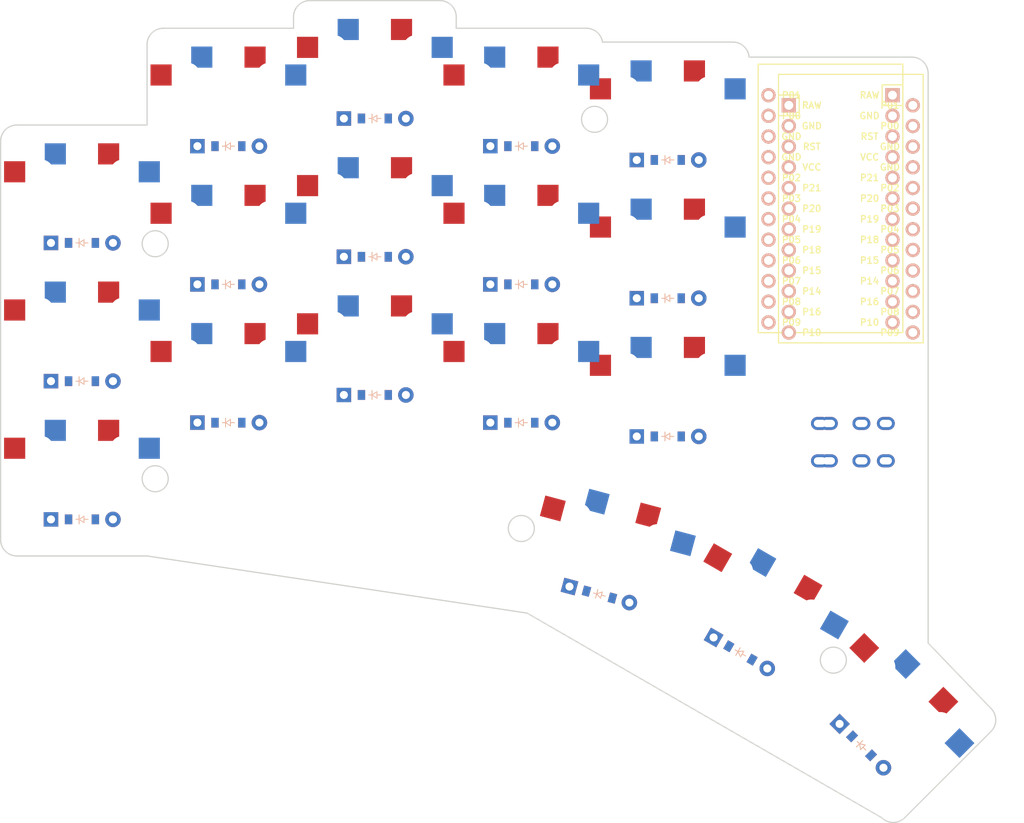
<source format=kicad_pcb>

            
(kicad_pcb (version 20171130) (host pcbnew 5.1.6)

  (page A3)
  (title_block
    (title KEYBOARD_NAME_HERE)
    (rev VERSION_HERE)
    (company YOUR_NAME_HERE)
  )

  (general
    (thickness 1.6)
  )

  (layers
    (0 F.Cu signal)
    (31 B.Cu signal)
    (32 B.Adhes user)
    (33 F.Adhes user)
    (34 B.Paste user)
    (35 F.Paste user)
    (36 B.SilkS user)
    (37 F.SilkS user)
    (38 B.Mask user)
    (39 F.Mask user)
    (40 Dwgs.User user)
    (41 Cmts.User user)
    (42 Eco1.User user)
    (43 Eco2.User user)
    (44 Edge.Cuts user)
    (45 Margin user)
    (46 B.CrtYd user)
    (47 F.CrtYd user)
    (48 B.Fab user)
    (49 F.Fab user)
  )

  (setup
    (last_trace_width 0.25)
    (trace_clearance 0.2)
    (zone_clearance 0.508)
    (zone_45_only no)
    (trace_min 0.2)
    (via_size 0.8)
    (via_drill 0.4)
    (via_min_size 0.4)
    (via_min_drill 0.3)
    (uvia_size 0.3)
    (uvia_drill 0.1)
    (uvias_allowed no)
    (uvia_min_size 0.2)
    (uvia_min_drill 0.1)
    (edge_width 0.05)
    (segment_width 0.2)
    (pcb_text_width 0.3)
    (pcb_text_size 1.5 1.5)
    (mod_edge_width 0.12)
    (mod_text_size 1 1)
    (mod_text_width 0.15)
    (pad_size 1.524 1.524)
    (pad_drill 0.762)
    (pad_to_mask_clearance 0.05)
    (aux_axis_origin 0 0)
    (visible_elements FFFFFF7F)
    (pcbplotparams
      (layerselection 0x010fc_ffffffff)
      (usegerberextensions false)
      (usegerberattributes true)
      (usegerberadvancedattributes true)
      (creategerberjobfile true)
      (excludeedgelayer true)
      (linewidth 0.100000)
      (plotframeref false)
      (viasonmask false)
      (mode 1)
      (useauxorigin false)
      (hpglpennumber 1)
      (hpglpenspeed 20)
      (hpglpendiameter 15.000000)
      (psnegative false)
      (psa4output false)
      (plotreference true)
      (plotvalue true)
      (plotinvisibletext false)
      (padsonsilk false)
      (subtractmaskfromsilk false)
      (outputformat 1)
      (mirror false)
      (drillshape 1)
      (scaleselection 1)
      (outputdirectory ""))
  )

            (net 0 "")
(net 1 "pinky_bottom")
(net 2 "P21")
(net 3 "P7")
(net 4 "pinky_home")
(net 5 "P6")
(net 6 "pinky_top")
(net 7 "P5")
(net 8 "ring_bottom")
(net 9 "P20")
(net 10 "ring_home")
(net 11 "ring_top")
(net 12 "middle_bottom")
(net 13 "P19")
(net 14 "middle_home")
(net 15 "middle_top")
(net 16 "index_bottom")
(net 17 "P18")
(net 18 "index_home")
(net 19 "index_top")
(net 20 "inner_bottom")
(net 21 "P15")
(net 22 "inner_home")
(net 23 "inner_top")
(net 24 "near_thumb")
(net 25 "P4")
(net 26 "home_thumb")
(net 27 "far_thumb")
(net 28 "RAW")
(net 29 "GND")
(net 30 "RST")
(net 31 "VCC")
(net 32 "P14")
(net 33 "P16")
(net 34 "P10")
(net 35 "P1")
(net 36 "P0")
(net 37 "P2")
(net 38 "P3")
(net 39 "P8")
(net 40 "P9")
            
  (net_class Default "This is the default net class."
    (clearance 0.2)
    (trace_width 0.25)
    (via_dia 0.8)
    (via_drill 0.4)
    (uvia_dia 0.3)
    (uvia_drill 0.1)
    (add_net "")
(add_net "pinky_bottom")
(add_net "P21")
(add_net "P7")
(add_net "pinky_home")
(add_net "P6")
(add_net "pinky_top")
(add_net "P5")
(add_net "ring_bottom")
(add_net "P20")
(add_net "ring_home")
(add_net "ring_top")
(add_net "middle_bottom")
(add_net "P19")
(add_net "middle_home")
(add_net "middle_top")
(add_net "index_bottom")
(add_net "P18")
(add_net "index_home")
(add_net "index_top")
(add_net "inner_bottom")
(add_net "P15")
(add_net "inner_home")
(add_net "inner_top")
(add_net "near_thumb")
(add_net "P4")
(add_net "home_thumb")
(add_net "far_thumb")
(add_net "RAW")
(add_net "GND")
(add_net "RST")
(add_net "VCC")
(add_net "P14")
(add_net "P16")
(add_net "P10")
(add_net "P1")
(add_net "P0")
(add_net "P2")
(add_net "P3")
(add_net "P8")
(add_net "P9")
  )

            
        
      (module PG1350 (layer F.Cu) (tedit 5DD50112)
      (at 18 0 0)

      
      (fp_text reference "S1" (at 0 0) (layer F.SilkS) hide (effects (font (size 1.27 1.27) (thickness 0.15))))
      (fp_text value "" (at 0 0) (layer F.SilkS) hide (effects (font (size 1.27 1.27) (thickness 0.15))))

      
      (fp_line (start -7 -6) (end -7 -7) (layer Dwgs.User) (width 0.15))
      (fp_line (start -7 7) (end -6 7) (layer Dwgs.User) (width 0.15))
      (fp_line (start -6 -7) (end -7 -7) (layer Dwgs.User) (width 0.15))
      (fp_line (start -7 7) (end -7 6) (layer Dwgs.User) (width 0.15))
      (fp_line (start 7 6) (end 7 7) (layer Dwgs.User) (width 0.15))
      (fp_line (start 7 -7) (end 6 -7) (layer Dwgs.User) (width 0.15))
      (fp_line (start 6 7) (end 7 7) (layer Dwgs.User) (width 0.15))
      (fp_line (start 7 -7) (end 7 -6) (layer Dwgs.User) (width 0.15))      
      
      
      (pad "" np_thru_hole circle (at 0 0) (size 3.429 3.429) (drill 3.429) (layers *.Cu *.Mask))
        
      
      (pad "" np_thru_hole circle (at 5.5 0) (size 1.7018 1.7018) (drill 1.7018) (layers *.Cu *.Mask))
      (pad "" np_thru_hole circle (at -5.5 0) (size 1.7018 1.7018) (drill 1.7018) (layers *.Cu *.Mask))
      
        
      
      (fp_line (start -9 -8.5) (end 9 -8.5) (layer Dwgs.User) (width 0.15))
      (fp_line (start 9 -8.5) (end 9 8.5) (layer Dwgs.User) (width 0.15))
      (fp_line (start 9 8.5) (end -9 8.5) (layer Dwgs.User) (width 0.15))
      (fp_line (start -9 8.5) (end -9 -8.5) (layer Dwgs.User) (width 0.15))
      
        
          
          (pad "" np_thru_hole circle (at 5 -3.75) (size 3 3) (drill 3) (layers *.Cu *.Mask))
          (pad "" np_thru_hole circle (at 0 -5.95) (size 3 3) (drill 3) (layers *.Cu *.Mask))
      
          
          (pad 1 smd rect (at -3.275 -5.95 0) (size 2.6 2.6) (layers B.Cu B.Paste B.Mask)  (net 1 "pinky_bottom"))
          (pad 2 smd rect (at 8.275 -3.75 0) (size 2.6 2.6) (layers B.Cu B.Paste B.Mask)  (net 2 "P21"))
        
        
          
          (pad "" np_thru_hole circle (at -5 -3.75) (size 3 3) (drill 3) (layers *.Cu *.Mask))
          (pad "" np_thru_hole circle (at 0 -5.95) (size 3 3) (drill 3) (layers *.Cu *.Mask))
      
          
          (pad 1 smd rect (at 3.275 -5.95 0) (size 2.6 2.6) (layers F.Cu F.Paste F.Mask)  (net 1 "pinky_bottom"))
          (pad 2 smd rect (at -8.275 -3.75 0) (size 2.6 2.6) (layers F.Cu F.Paste F.Mask)  (net 2 "P21"))
        )
        

  
    (module ComboDiode (layer F.Cu) (tedit 5B24D78E)


        (at 18 5 0)

        
        (fp_text reference "D1" (at 0 0) (layer F.SilkS) hide (effects (font (size 1.27 1.27) (thickness 0.15))))
        (fp_text value "" (at 0 0) (layer F.SilkS) hide (effects (font (size 1.27 1.27) (thickness 0.15))))
        
        
        (fp_line (start 0.25 0) (end 0.75 0) (layer F.SilkS) (width 0.1))
        (fp_line (start 0.25 0.4) (end -0.35 0) (layer F.SilkS) (width 0.1))
        (fp_line (start 0.25 -0.4) (end 0.25 0.4) (layer F.SilkS) (width 0.1))
        (fp_line (start -0.35 0) (end 0.25 -0.4) (layer F.SilkS) (width 0.1))
        (fp_line (start -0.35 0) (end -0.35 0.55) (layer F.SilkS) (width 0.1))
        (fp_line (start -0.35 0) (end -0.35 -0.55) (layer F.SilkS) (width 0.1))
        (fp_line (start -0.75 0) (end -0.35 0) (layer F.SilkS) (width 0.1))
        (fp_line (start 0.25 0) (end 0.75 0) (layer B.SilkS) (width 0.1))
        (fp_line (start 0.25 0.4) (end -0.35 0) (layer B.SilkS) (width 0.1))
        (fp_line (start 0.25 -0.4) (end 0.25 0.4) (layer B.SilkS) (width 0.1))
        (fp_line (start -0.35 0) (end 0.25 -0.4) (layer B.SilkS) (width 0.1))
        (fp_line (start -0.35 0) (end -0.35 0.55) (layer B.SilkS) (width 0.1))
        (fp_line (start -0.35 0) (end -0.35 -0.55) (layer B.SilkS) (width 0.1))
        (fp_line (start -0.75 0) (end -0.35 0) (layer B.SilkS) (width 0.1))
    
        
        (pad 1 smd rect (at -1.65 0 0) (size 0.9 1.2) (layers F.Cu F.Paste F.Mask) (net 3 "P7"))
        (pad 2 smd rect (at 1.65 0 0) (size 0.9 1.2) (layers B.Cu B.Paste B.Mask) (net 1 "pinky_bottom"))
        (pad 1 smd rect (at -1.65 0 0) (size 0.9 1.2) (layers B.Cu B.Paste B.Mask) (net 3 "P7"))
        (pad 2 smd rect (at 1.65 0 0) (size 0.9 1.2) (layers F.Cu F.Paste F.Mask) (net 1 "pinky_bottom"))
        
        
        (pad 1 thru_hole circle (at 3.81 0 0) (size 1.905 1.905) (drill 0.9906) (layers *.Cu *.Mask) (net 1 "pinky_bottom"))
        (pad 2 thru_hole rect (at -3.81 0 0) (size 1.778 1.778) (drill 0.9906) (layers *.Cu *.Mask) (net 3 "P7"))
    )
  
    

        
      (module PG1350 (layer F.Cu) (tedit 5DD50112)
      (at 18 -17 0)

      
      (fp_text reference "S2" (at 0 0) (layer F.SilkS) hide (effects (font (size 1.27 1.27) (thickness 0.15))))
      (fp_text value "" (at 0 0) (layer F.SilkS) hide (effects (font (size 1.27 1.27) (thickness 0.15))))

      
      (fp_line (start -7 -6) (end -7 -7) (layer Dwgs.User) (width 0.15))
      (fp_line (start -7 7) (end -6 7) (layer Dwgs.User) (width 0.15))
      (fp_line (start -6 -7) (end -7 -7) (layer Dwgs.User) (width 0.15))
      (fp_line (start -7 7) (end -7 6) (layer Dwgs.User) (width 0.15))
      (fp_line (start 7 6) (end 7 7) (layer Dwgs.User) (width 0.15))
      (fp_line (start 7 -7) (end 6 -7) (layer Dwgs.User) (width 0.15))
      (fp_line (start 6 7) (end 7 7) (layer Dwgs.User) (width 0.15))
      (fp_line (start 7 -7) (end 7 -6) (layer Dwgs.User) (width 0.15))      
      
      
      (pad "" np_thru_hole circle (at 0 0) (size 3.429 3.429) (drill 3.429) (layers *.Cu *.Mask))
        
      
      (pad "" np_thru_hole circle (at 5.5 0) (size 1.7018 1.7018) (drill 1.7018) (layers *.Cu *.Mask))
      (pad "" np_thru_hole circle (at -5.5 0) (size 1.7018 1.7018) (drill 1.7018) (layers *.Cu *.Mask))
      
        
      
      (fp_line (start -9 -8.5) (end 9 -8.5) (layer Dwgs.User) (width 0.15))
      (fp_line (start 9 -8.5) (end 9 8.5) (layer Dwgs.User) (width 0.15))
      (fp_line (start 9 8.5) (end -9 8.5) (layer Dwgs.User) (width 0.15))
      (fp_line (start -9 8.5) (end -9 -8.5) (layer Dwgs.User) (width 0.15))
      
        
          
          (pad "" np_thru_hole circle (at 5 -3.75) (size 3 3) (drill 3) (layers *.Cu *.Mask))
          (pad "" np_thru_hole circle (at 0 -5.95) (size 3 3) (drill 3) (layers *.Cu *.Mask))
      
          
          (pad 1 smd rect (at -3.275 -5.95 0) (size 2.6 2.6) (layers B.Cu B.Paste B.Mask)  (net 4 "pinky_home"))
          (pad 2 smd rect (at 8.275 -3.75 0) (size 2.6 2.6) (layers B.Cu B.Paste B.Mask)  (net 2 "P21"))
        
        
          
          (pad "" np_thru_hole circle (at -5 -3.75) (size 3 3) (drill 3) (layers *.Cu *.Mask))
          (pad "" np_thru_hole circle (at 0 -5.95) (size 3 3) (drill 3) (layers *.Cu *.Mask))
      
          
          (pad 1 smd rect (at 3.275 -5.95 0) (size 2.6 2.6) (layers F.Cu F.Paste F.Mask)  (net 4 "pinky_home"))
          (pad 2 smd rect (at -8.275 -3.75 0) (size 2.6 2.6) (layers F.Cu F.Paste F.Mask)  (net 2 "P21"))
        )
        

  
    (module ComboDiode (layer F.Cu) (tedit 5B24D78E)


        (at 18 -12 0)

        
        (fp_text reference "D2" (at 0 0) (layer F.SilkS) hide (effects (font (size 1.27 1.27) (thickness 0.15))))
        (fp_text value "" (at 0 0) (layer F.SilkS) hide (effects (font (size 1.27 1.27) (thickness 0.15))))
        
        
        (fp_line (start 0.25 0) (end 0.75 0) (layer F.SilkS) (width 0.1))
        (fp_line (start 0.25 0.4) (end -0.35 0) (layer F.SilkS) (width 0.1))
        (fp_line (start 0.25 -0.4) (end 0.25 0.4) (layer F.SilkS) (width 0.1))
        (fp_line (start -0.35 0) (end 0.25 -0.4) (layer F.SilkS) (width 0.1))
        (fp_line (start -0.35 0) (end -0.35 0.55) (layer F.SilkS) (width 0.1))
        (fp_line (start -0.35 0) (end -0.35 -0.55) (layer F.SilkS) (width 0.1))
        (fp_line (start -0.75 0) (end -0.35 0) (layer F.SilkS) (width 0.1))
        (fp_line (start 0.25 0) (end 0.75 0) (layer B.SilkS) (width 0.1))
        (fp_line (start 0.25 0.4) (end -0.35 0) (layer B.SilkS) (width 0.1))
        (fp_line (start 0.25 -0.4) (end 0.25 0.4) (layer B.SilkS) (width 0.1))
        (fp_line (start -0.35 0) (end 0.25 -0.4) (layer B.SilkS) (width 0.1))
        (fp_line (start -0.35 0) (end -0.35 0.55) (layer B.SilkS) (width 0.1))
        (fp_line (start -0.35 0) (end -0.35 -0.55) (layer B.SilkS) (width 0.1))
        (fp_line (start -0.75 0) (end -0.35 0) (layer B.SilkS) (width 0.1))
    
        
        (pad 1 smd rect (at -1.65 0 0) (size 0.9 1.2) (layers F.Cu F.Paste F.Mask) (net 5 "P6"))
        (pad 2 smd rect (at 1.65 0 0) (size 0.9 1.2) (layers B.Cu B.Paste B.Mask) (net 4 "pinky_home"))
        (pad 1 smd rect (at -1.65 0 0) (size 0.9 1.2) (layers B.Cu B.Paste B.Mask) (net 5 "P6"))
        (pad 2 smd rect (at 1.65 0 0) (size 0.9 1.2) (layers F.Cu F.Paste F.Mask) (net 4 "pinky_home"))
        
        
        (pad 1 thru_hole circle (at 3.81 0 0) (size 1.905 1.905) (drill 0.9906) (layers *.Cu *.Mask) (net 4 "pinky_home"))
        (pad 2 thru_hole rect (at -3.81 0 0) (size 1.778 1.778) (drill 0.9906) (layers *.Cu *.Mask) (net 5 "P6"))
    )
  
    

        
      (module PG1350 (layer F.Cu) (tedit 5DD50112)
      (at 18 -34 0)

      
      (fp_text reference "S3" (at 0 0) (layer F.SilkS) hide (effects (font (size 1.27 1.27) (thickness 0.15))))
      (fp_text value "" (at 0 0) (layer F.SilkS) hide (effects (font (size 1.27 1.27) (thickness 0.15))))

      
      (fp_line (start -7 -6) (end -7 -7) (layer Dwgs.User) (width 0.15))
      (fp_line (start -7 7) (end -6 7) (layer Dwgs.User) (width 0.15))
      (fp_line (start -6 -7) (end -7 -7) (layer Dwgs.User) (width 0.15))
      (fp_line (start -7 7) (end -7 6) (layer Dwgs.User) (width 0.15))
      (fp_line (start 7 6) (end 7 7) (layer Dwgs.User) (width 0.15))
      (fp_line (start 7 -7) (end 6 -7) (layer Dwgs.User) (width 0.15))
      (fp_line (start 6 7) (end 7 7) (layer Dwgs.User) (width 0.15))
      (fp_line (start 7 -7) (end 7 -6) (layer Dwgs.User) (width 0.15))      
      
      
      (pad "" np_thru_hole circle (at 0 0) (size 3.429 3.429) (drill 3.429) (layers *.Cu *.Mask))
        
      
      (pad "" np_thru_hole circle (at 5.5 0) (size 1.7018 1.7018) (drill 1.7018) (layers *.Cu *.Mask))
      (pad "" np_thru_hole circle (at -5.5 0) (size 1.7018 1.7018) (drill 1.7018) (layers *.Cu *.Mask))
      
        
      
      (fp_line (start -9 -8.5) (end 9 -8.5) (layer Dwgs.User) (width 0.15))
      (fp_line (start 9 -8.5) (end 9 8.5) (layer Dwgs.User) (width 0.15))
      (fp_line (start 9 8.5) (end -9 8.5) (layer Dwgs.User) (width 0.15))
      (fp_line (start -9 8.5) (end -9 -8.5) (layer Dwgs.User) (width 0.15))
      
        
          
          (pad "" np_thru_hole circle (at 5 -3.75) (size 3 3) (drill 3) (layers *.Cu *.Mask))
          (pad "" np_thru_hole circle (at 0 -5.95) (size 3 3) (drill 3) (layers *.Cu *.Mask))
      
          
          (pad 1 smd rect (at -3.275 -5.95 0) (size 2.6 2.6) (layers B.Cu B.Paste B.Mask)  (net 6 "pinky_top"))
          (pad 2 smd rect (at 8.275 -3.75 0) (size 2.6 2.6) (layers B.Cu B.Paste B.Mask)  (net 2 "P21"))
        
        
          
          (pad "" np_thru_hole circle (at -5 -3.75) (size 3 3) (drill 3) (layers *.Cu *.Mask))
          (pad "" np_thru_hole circle (at 0 -5.95) (size 3 3) (drill 3) (layers *.Cu *.Mask))
      
          
          (pad 1 smd rect (at 3.275 -5.95 0) (size 2.6 2.6) (layers F.Cu F.Paste F.Mask)  (net 6 "pinky_top"))
          (pad 2 smd rect (at -8.275 -3.75 0) (size 2.6 2.6) (layers F.Cu F.Paste F.Mask)  (net 2 "P21"))
        )
        

  
    (module ComboDiode (layer F.Cu) (tedit 5B24D78E)


        (at 18 -29 0)

        
        (fp_text reference "D3" (at 0 0) (layer F.SilkS) hide (effects (font (size 1.27 1.27) (thickness 0.15))))
        (fp_text value "" (at 0 0) (layer F.SilkS) hide (effects (font (size 1.27 1.27) (thickness 0.15))))
        
        
        (fp_line (start 0.25 0) (end 0.75 0) (layer F.SilkS) (width 0.1))
        (fp_line (start 0.25 0.4) (end -0.35 0) (layer F.SilkS) (width 0.1))
        (fp_line (start 0.25 -0.4) (end 0.25 0.4) (layer F.SilkS) (width 0.1))
        (fp_line (start -0.35 0) (end 0.25 -0.4) (layer F.SilkS) (width 0.1))
        (fp_line (start -0.35 0) (end -0.35 0.55) (layer F.SilkS) (width 0.1))
        (fp_line (start -0.35 0) (end -0.35 -0.55) (layer F.SilkS) (width 0.1))
        (fp_line (start -0.75 0) (end -0.35 0) (layer F.SilkS) (width 0.1))
        (fp_line (start 0.25 0) (end 0.75 0) (layer B.SilkS) (width 0.1))
        (fp_line (start 0.25 0.4) (end -0.35 0) (layer B.SilkS) (width 0.1))
        (fp_line (start 0.25 -0.4) (end 0.25 0.4) (layer B.SilkS) (width 0.1))
        (fp_line (start -0.35 0) (end 0.25 -0.4) (layer B.SilkS) (width 0.1))
        (fp_line (start -0.35 0) (end -0.35 0.55) (layer B.SilkS) (width 0.1))
        (fp_line (start -0.35 0) (end -0.35 -0.55) (layer B.SilkS) (width 0.1))
        (fp_line (start -0.75 0) (end -0.35 0) (layer B.SilkS) (width 0.1))
    
        
        (pad 1 smd rect (at -1.65 0 0) (size 0.9 1.2) (layers F.Cu F.Paste F.Mask) (net 7 "P5"))
        (pad 2 smd rect (at 1.65 0 0) (size 0.9 1.2) (layers B.Cu B.Paste B.Mask) (net 6 "pinky_top"))
        (pad 1 smd rect (at -1.65 0 0) (size 0.9 1.2) (layers B.Cu B.Paste B.Mask) (net 7 "P5"))
        (pad 2 smd rect (at 1.65 0 0) (size 0.9 1.2) (layers F.Cu F.Paste F.Mask) (net 6 "pinky_top"))
        
        
        (pad 1 thru_hole circle (at 3.81 0 0) (size 1.905 1.905) (drill 0.9906) (layers *.Cu *.Mask) (net 6 "pinky_top"))
        (pad 2 thru_hole rect (at -3.81 0 0) (size 1.778 1.778) (drill 0.9906) (layers *.Cu *.Mask) (net 7 "P5"))
    )
  
    

        
      (module PG1350 (layer F.Cu) (tedit 5DD50112)
      (at 36 -11.9 0)

      
      (fp_text reference "S4" (at 0 0) (layer F.SilkS) hide (effects (font (size 1.27 1.27) (thickness 0.15))))
      (fp_text value "" (at 0 0) (layer F.SilkS) hide (effects (font (size 1.27 1.27) (thickness 0.15))))

      
      (fp_line (start -7 -6) (end -7 -7) (layer Dwgs.User) (width 0.15))
      (fp_line (start -7 7) (end -6 7) (layer Dwgs.User) (width 0.15))
      (fp_line (start -6 -7) (end -7 -7) (layer Dwgs.User) (width 0.15))
      (fp_line (start -7 7) (end -7 6) (layer Dwgs.User) (width 0.15))
      (fp_line (start 7 6) (end 7 7) (layer Dwgs.User) (width 0.15))
      (fp_line (start 7 -7) (end 6 -7) (layer Dwgs.User) (width 0.15))
      (fp_line (start 6 7) (end 7 7) (layer Dwgs.User) (width 0.15))
      (fp_line (start 7 -7) (end 7 -6) (layer Dwgs.User) (width 0.15))      
      
      
      (pad "" np_thru_hole circle (at 0 0) (size 3.429 3.429) (drill 3.429) (layers *.Cu *.Mask))
        
      
      (pad "" np_thru_hole circle (at 5.5 0) (size 1.7018 1.7018) (drill 1.7018) (layers *.Cu *.Mask))
      (pad "" np_thru_hole circle (at -5.5 0) (size 1.7018 1.7018) (drill 1.7018) (layers *.Cu *.Mask))
      
        
      
      (fp_line (start -9 -8.5) (end 9 -8.5) (layer Dwgs.User) (width 0.15))
      (fp_line (start 9 -8.5) (end 9 8.5) (layer Dwgs.User) (width 0.15))
      (fp_line (start 9 8.5) (end -9 8.5) (layer Dwgs.User) (width 0.15))
      (fp_line (start -9 8.5) (end -9 -8.5) (layer Dwgs.User) (width 0.15))
      
        
          
          (pad "" np_thru_hole circle (at 5 -3.75) (size 3 3) (drill 3) (layers *.Cu *.Mask))
          (pad "" np_thru_hole circle (at 0 -5.95) (size 3 3) (drill 3) (layers *.Cu *.Mask))
      
          
          (pad 1 smd rect (at -3.275 -5.95 0) (size 2.6 2.6) (layers B.Cu B.Paste B.Mask)  (net 8 "ring_bottom"))
          (pad 2 smd rect (at 8.275 -3.75 0) (size 2.6 2.6) (layers B.Cu B.Paste B.Mask)  (net 9 "P20"))
        
        
          
          (pad "" np_thru_hole circle (at -5 -3.75) (size 3 3) (drill 3) (layers *.Cu *.Mask))
          (pad "" np_thru_hole circle (at 0 -5.95) (size 3 3) (drill 3) (layers *.Cu *.Mask))
      
          
          (pad 1 smd rect (at 3.275 -5.95 0) (size 2.6 2.6) (layers F.Cu F.Paste F.Mask)  (net 8 "ring_bottom"))
          (pad 2 smd rect (at -8.275 -3.75 0) (size 2.6 2.6) (layers F.Cu F.Paste F.Mask)  (net 9 "P20"))
        )
        

  
    (module ComboDiode (layer F.Cu) (tedit 5B24D78E)


        (at 36 -6.9 0)

        
        (fp_text reference "D4" (at 0 0) (layer F.SilkS) hide (effects (font (size 1.27 1.27) (thickness 0.15))))
        (fp_text value "" (at 0 0) (layer F.SilkS) hide (effects (font (size 1.27 1.27) (thickness 0.15))))
        
        
        (fp_line (start 0.25 0) (end 0.75 0) (layer F.SilkS) (width 0.1))
        (fp_line (start 0.25 0.4) (end -0.35 0) (layer F.SilkS) (width 0.1))
        (fp_line (start 0.25 -0.4) (end 0.25 0.4) (layer F.SilkS) (width 0.1))
        (fp_line (start -0.35 0) (end 0.25 -0.4) (layer F.SilkS) (width 0.1))
        (fp_line (start -0.35 0) (end -0.35 0.55) (layer F.SilkS) (width 0.1))
        (fp_line (start -0.35 0) (end -0.35 -0.55) (layer F.SilkS) (width 0.1))
        (fp_line (start -0.75 0) (end -0.35 0) (layer F.SilkS) (width 0.1))
        (fp_line (start 0.25 0) (end 0.75 0) (layer B.SilkS) (width 0.1))
        (fp_line (start 0.25 0.4) (end -0.35 0) (layer B.SilkS) (width 0.1))
        (fp_line (start 0.25 -0.4) (end 0.25 0.4) (layer B.SilkS) (width 0.1))
        (fp_line (start -0.35 0) (end 0.25 -0.4) (layer B.SilkS) (width 0.1))
        (fp_line (start -0.35 0) (end -0.35 0.55) (layer B.SilkS) (width 0.1))
        (fp_line (start -0.35 0) (end -0.35 -0.55) (layer B.SilkS) (width 0.1))
        (fp_line (start -0.75 0) (end -0.35 0) (layer B.SilkS) (width 0.1))
    
        
        (pad 1 smd rect (at -1.65 0 0) (size 0.9 1.2) (layers F.Cu F.Paste F.Mask) (net 3 "P7"))
        (pad 2 smd rect (at 1.65 0 0) (size 0.9 1.2) (layers B.Cu B.Paste B.Mask) (net 8 "ring_bottom"))
        (pad 1 smd rect (at -1.65 0 0) (size 0.9 1.2) (layers B.Cu B.Paste B.Mask) (net 3 "P7"))
        (pad 2 smd rect (at 1.65 0 0) (size 0.9 1.2) (layers F.Cu F.Paste F.Mask) (net 8 "ring_bottom"))
        
        
        (pad 1 thru_hole circle (at 3.81 0 0) (size 1.905 1.905) (drill 0.9906) (layers *.Cu *.Mask) (net 8 "ring_bottom"))
        (pad 2 thru_hole rect (at -3.81 0 0) (size 1.778 1.778) (drill 0.9906) (layers *.Cu *.Mask) (net 3 "P7"))
    )
  
    

        
      (module PG1350 (layer F.Cu) (tedit 5DD50112)
      (at 36 -28.9 0)

      
      (fp_text reference "S5" (at 0 0) (layer F.SilkS) hide (effects (font (size 1.27 1.27) (thickness 0.15))))
      (fp_text value "" (at 0 0) (layer F.SilkS) hide (effects (font (size 1.27 1.27) (thickness 0.15))))

      
      (fp_line (start -7 -6) (end -7 -7) (layer Dwgs.User) (width 0.15))
      (fp_line (start -7 7) (end -6 7) (layer Dwgs.User) (width 0.15))
      (fp_line (start -6 -7) (end -7 -7) (layer Dwgs.User) (width 0.15))
      (fp_line (start -7 7) (end -7 6) (layer Dwgs.User) (width 0.15))
      (fp_line (start 7 6) (end 7 7) (layer Dwgs.User) (width 0.15))
      (fp_line (start 7 -7) (end 6 -7) (layer Dwgs.User) (width 0.15))
      (fp_line (start 6 7) (end 7 7) (layer Dwgs.User) (width 0.15))
      (fp_line (start 7 -7) (end 7 -6) (layer Dwgs.User) (width 0.15))      
      
      
      (pad "" np_thru_hole circle (at 0 0) (size 3.429 3.429) (drill 3.429) (layers *.Cu *.Mask))
        
      
      (pad "" np_thru_hole circle (at 5.5 0) (size 1.7018 1.7018) (drill 1.7018) (layers *.Cu *.Mask))
      (pad "" np_thru_hole circle (at -5.5 0) (size 1.7018 1.7018) (drill 1.7018) (layers *.Cu *.Mask))
      
        
      
      (fp_line (start -9 -8.5) (end 9 -8.5) (layer Dwgs.User) (width 0.15))
      (fp_line (start 9 -8.5) (end 9 8.5) (layer Dwgs.User) (width 0.15))
      (fp_line (start 9 8.5) (end -9 8.5) (layer Dwgs.User) (width 0.15))
      (fp_line (start -9 8.5) (end -9 -8.5) (layer Dwgs.User) (width 0.15))
      
        
          
          (pad "" np_thru_hole circle (at 5 -3.75) (size 3 3) (drill 3) (layers *.Cu *.Mask))
          (pad "" np_thru_hole circle (at 0 -5.95) (size 3 3) (drill 3) (layers *.Cu *.Mask))
      
          
          (pad 1 smd rect (at -3.275 -5.95 0) (size 2.6 2.6) (layers B.Cu B.Paste B.Mask)  (net 10 "ring_home"))
          (pad 2 smd rect (at 8.275 -3.75 0) (size 2.6 2.6) (layers B.Cu B.Paste B.Mask)  (net 9 "P20"))
        
        
          
          (pad "" np_thru_hole circle (at -5 -3.75) (size 3 3) (drill 3) (layers *.Cu *.Mask))
          (pad "" np_thru_hole circle (at 0 -5.95) (size 3 3) (drill 3) (layers *.Cu *.Mask))
      
          
          (pad 1 smd rect (at 3.275 -5.95 0) (size 2.6 2.6) (layers F.Cu F.Paste F.Mask)  (net 10 "ring_home"))
          (pad 2 smd rect (at -8.275 -3.75 0) (size 2.6 2.6) (layers F.Cu F.Paste F.Mask)  (net 9 "P20"))
        )
        

  
    (module ComboDiode (layer F.Cu) (tedit 5B24D78E)


        (at 36 -23.9 0)

        
        (fp_text reference "D5" (at 0 0) (layer F.SilkS) hide (effects (font (size 1.27 1.27) (thickness 0.15))))
        (fp_text value "" (at 0 0) (layer F.SilkS) hide (effects (font (size 1.27 1.27) (thickness 0.15))))
        
        
        (fp_line (start 0.25 0) (end 0.75 0) (layer F.SilkS) (width 0.1))
        (fp_line (start 0.25 0.4) (end -0.35 0) (layer F.SilkS) (width 0.1))
        (fp_line (start 0.25 -0.4) (end 0.25 0.4) (layer F.SilkS) (width 0.1))
        (fp_line (start -0.35 0) (end 0.25 -0.4) (layer F.SilkS) (width 0.1))
        (fp_line (start -0.35 0) (end -0.35 0.55) (layer F.SilkS) (width 0.1))
        (fp_line (start -0.35 0) (end -0.35 -0.55) (layer F.SilkS) (width 0.1))
        (fp_line (start -0.75 0) (end -0.35 0) (layer F.SilkS) (width 0.1))
        (fp_line (start 0.25 0) (end 0.75 0) (layer B.SilkS) (width 0.1))
        (fp_line (start 0.25 0.4) (end -0.35 0) (layer B.SilkS) (width 0.1))
        (fp_line (start 0.25 -0.4) (end 0.25 0.4) (layer B.SilkS) (width 0.1))
        (fp_line (start -0.35 0) (end 0.25 -0.4) (layer B.SilkS) (width 0.1))
        (fp_line (start -0.35 0) (end -0.35 0.55) (layer B.SilkS) (width 0.1))
        (fp_line (start -0.35 0) (end -0.35 -0.55) (layer B.SilkS) (width 0.1))
        (fp_line (start -0.75 0) (end -0.35 0) (layer B.SilkS) (width 0.1))
    
        
        (pad 1 smd rect (at -1.65 0 0) (size 0.9 1.2) (layers F.Cu F.Paste F.Mask) (net 5 "P6"))
        (pad 2 smd rect (at 1.65 0 0) (size 0.9 1.2) (layers B.Cu B.Paste B.Mask) (net 10 "ring_home"))
        (pad 1 smd rect (at -1.65 0 0) (size 0.9 1.2) (layers B.Cu B.Paste B.Mask) (net 5 "P6"))
        (pad 2 smd rect (at 1.65 0 0) (size 0.9 1.2) (layers F.Cu F.Paste F.Mask) (net 10 "ring_home"))
        
        
        (pad 1 thru_hole circle (at 3.81 0 0) (size 1.905 1.905) (drill 0.9906) (layers *.Cu *.Mask) (net 10 "ring_home"))
        (pad 2 thru_hole rect (at -3.81 0 0) (size 1.778 1.778) (drill 0.9906) (layers *.Cu *.Mask) (net 5 "P6"))
    )
  
    

        
      (module PG1350 (layer F.Cu) (tedit 5DD50112)
      (at 36 -45.9 0)

      
      (fp_text reference "S6" (at 0 0) (layer F.SilkS) hide (effects (font (size 1.27 1.27) (thickness 0.15))))
      (fp_text value "" (at 0 0) (layer F.SilkS) hide (effects (font (size 1.27 1.27) (thickness 0.15))))

      
      (fp_line (start -7 -6) (end -7 -7) (layer Dwgs.User) (width 0.15))
      (fp_line (start -7 7) (end -6 7) (layer Dwgs.User) (width 0.15))
      (fp_line (start -6 -7) (end -7 -7) (layer Dwgs.User) (width 0.15))
      (fp_line (start -7 7) (end -7 6) (layer Dwgs.User) (width 0.15))
      (fp_line (start 7 6) (end 7 7) (layer Dwgs.User) (width 0.15))
      (fp_line (start 7 -7) (end 6 -7) (layer Dwgs.User) (width 0.15))
      (fp_line (start 6 7) (end 7 7) (layer Dwgs.User) (width 0.15))
      (fp_line (start 7 -7) (end 7 -6) (layer Dwgs.User) (width 0.15))      
      
      
      (pad "" np_thru_hole circle (at 0 0) (size 3.429 3.429) (drill 3.429) (layers *.Cu *.Mask))
        
      
      (pad "" np_thru_hole circle (at 5.5 0) (size 1.7018 1.7018) (drill 1.7018) (layers *.Cu *.Mask))
      (pad "" np_thru_hole circle (at -5.5 0) (size 1.7018 1.7018) (drill 1.7018) (layers *.Cu *.Mask))
      
        
      
      (fp_line (start -9 -8.5) (end 9 -8.5) (layer Dwgs.User) (width 0.15))
      (fp_line (start 9 -8.5) (end 9 8.5) (layer Dwgs.User) (width 0.15))
      (fp_line (start 9 8.5) (end -9 8.5) (layer Dwgs.User) (width 0.15))
      (fp_line (start -9 8.5) (end -9 -8.5) (layer Dwgs.User) (width 0.15))
      
        
          
          (pad "" np_thru_hole circle (at 5 -3.75) (size 3 3) (drill 3) (layers *.Cu *.Mask))
          (pad "" np_thru_hole circle (at 0 -5.95) (size 3 3) (drill 3) (layers *.Cu *.Mask))
      
          
          (pad 1 smd rect (at -3.275 -5.95 0) (size 2.6 2.6) (layers B.Cu B.Paste B.Mask)  (net 11 "ring_top"))
          (pad 2 smd rect (at 8.275 -3.75 0) (size 2.6 2.6) (layers B.Cu B.Paste B.Mask)  (net 9 "P20"))
        
        
          
          (pad "" np_thru_hole circle (at -5 -3.75) (size 3 3) (drill 3) (layers *.Cu *.Mask))
          (pad "" np_thru_hole circle (at 0 -5.95) (size 3 3) (drill 3) (layers *.Cu *.Mask))
      
          
          (pad 1 smd rect (at 3.275 -5.95 0) (size 2.6 2.6) (layers F.Cu F.Paste F.Mask)  (net 11 "ring_top"))
          (pad 2 smd rect (at -8.275 -3.75 0) (size 2.6 2.6) (layers F.Cu F.Paste F.Mask)  (net 9 "P20"))
        )
        

  
    (module ComboDiode (layer F.Cu) (tedit 5B24D78E)


        (at 36 -40.9 0)

        
        (fp_text reference "D6" (at 0 0) (layer F.SilkS) hide (effects (font (size 1.27 1.27) (thickness 0.15))))
        (fp_text value "" (at 0 0) (layer F.SilkS) hide (effects (font (size 1.27 1.27) (thickness 0.15))))
        
        
        (fp_line (start 0.25 0) (end 0.75 0) (layer F.SilkS) (width 0.1))
        (fp_line (start 0.25 0.4) (end -0.35 0) (layer F.SilkS) (width 0.1))
        (fp_line (start 0.25 -0.4) (end 0.25 0.4) (layer F.SilkS) (width 0.1))
        (fp_line (start -0.35 0) (end 0.25 -0.4) (layer F.SilkS) (width 0.1))
        (fp_line (start -0.35 0) (end -0.35 0.55) (layer F.SilkS) (width 0.1))
        (fp_line (start -0.35 0) (end -0.35 -0.55) (layer F.SilkS) (width 0.1))
        (fp_line (start -0.75 0) (end -0.35 0) (layer F.SilkS) (width 0.1))
        (fp_line (start 0.25 0) (end 0.75 0) (layer B.SilkS) (width 0.1))
        (fp_line (start 0.25 0.4) (end -0.35 0) (layer B.SilkS) (width 0.1))
        (fp_line (start 0.25 -0.4) (end 0.25 0.4) (layer B.SilkS) (width 0.1))
        (fp_line (start -0.35 0) (end 0.25 -0.4) (layer B.SilkS) (width 0.1))
        (fp_line (start -0.35 0) (end -0.35 0.55) (layer B.SilkS) (width 0.1))
        (fp_line (start -0.35 0) (end -0.35 -0.55) (layer B.SilkS) (width 0.1))
        (fp_line (start -0.75 0) (end -0.35 0) (layer B.SilkS) (width 0.1))
    
        
        (pad 1 smd rect (at -1.65 0 0) (size 0.9 1.2) (layers F.Cu F.Paste F.Mask) (net 7 "P5"))
        (pad 2 smd rect (at 1.65 0 0) (size 0.9 1.2) (layers B.Cu B.Paste B.Mask) (net 11 "ring_top"))
        (pad 1 smd rect (at -1.65 0 0) (size 0.9 1.2) (layers B.Cu B.Paste B.Mask) (net 7 "P5"))
        (pad 2 smd rect (at 1.65 0 0) (size 0.9 1.2) (layers F.Cu F.Paste F.Mask) (net 11 "ring_top"))
        
        
        (pad 1 thru_hole circle (at 3.81 0 0) (size 1.905 1.905) (drill 0.9906) (layers *.Cu *.Mask) (net 11 "ring_top"))
        (pad 2 thru_hole rect (at -3.81 0 0) (size 1.778 1.778) (drill 0.9906) (layers *.Cu *.Mask) (net 7 "P5"))
    )
  
    

        
      (module PG1350 (layer F.Cu) (tedit 5DD50112)
      (at 54 -15.3 0)

      
      (fp_text reference "S7" (at 0 0) (layer F.SilkS) hide (effects (font (size 1.27 1.27) (thickness 0.15))))
      (fp_text value "" (at 0 0) (layer F.SilkS) hide (effects (font (size 1.27 1.27) (thickness 0.15))))

      
      (fp_line (start -7 -6) (end -7 -7) (layer Dwgs.User) (width 0.15))
      (fp_line (start -7 7) (end -6 7) (layer Dwgs.User) (width 0.15))
      (fp_line (start -6 -7) (end -7 -7) (layer Dwgs.User) (width 0.15))
      (fp_line (start -7 7) (end -7 6) (layer Dwgs.User) (width 0.15))
      (fp_line (start 7 6) (end 7 7) (layer Dwgs.User) (width 0.15))
      (fp_line (start 7 -7) (end 6 -7) (layer Dwgs.User) (width 0.15))
      (fp_line (start 6 7) (end 7 7) (layer Dwgs.User) (width 0.15))
      (fp_line (start 7 -7) (end 7 -6) (layer Dwgs.User) (width 0.15))      
      
      
      (pad "" np_thru_hole circle (at 0 0) (size 3.429 3.429) (drill 3.429) (layers *.Cu *.Mask))
        
      
      (pad "" np_thru_hole circle (at 5.5 0) (size 1.7018 1.7018) (drill 1.7018) (layers *.Cu *.Mask))
      (pad "" np_thru_hole circle (at -5.5 0) (size 1.7018 1.7018) (drill 1.7018) (layers *.Cu *.Mask))
      
        
      
      (fp_line (start -9 -8.5) (end 9 -8.5) (layer Dwgs.User) (width 0.15))
      (fp_line (start 9 -8.5) (end 9 8.5) (layer Dwgs.User) (width 0.15))
      (fp_line (start 9 8.5) (end -9 8.5) (layer Dwgs.User) (width 0.15))
      (fp_line (start -9 8.5) (end -9 -8.5) (layer Dwgs.User) (width 0.15))
      
        
          
          (pad "" np_thru_hole circle (at 5 -3.75) (size 3 3) (drill 3) (layers *.Cu *.Mask))
          (pad "" np_thru_hole circle (at 0 -5.95) (size 3 3) (drill 3) (layers *.Cu *.Mask))
      
          
          (pad 1 smd rect (at -3.275 -5.95 0) (size 2.6 2.6) (layers B.Cu B.Paste B.Mask)  (net 12 "middle_bottom"))
          (pad 2 smd rect (at 8.275 -3.75 0) (size 2.6 2.6) (layers B.Cu B.Paste B.Mask)  (net 13 "P19"))
        
        
          
          (pad "" np_thru_hole circle (at -5 -3.75) (size 3 3) (drill 3) (layers *.Cu *.Mask))
          (pad "" np_thru_hole circle (at 0 -5.95) (size 3 3) (drill 3) (layers *.Cu *.Mask))
      
          
          (pad 1 smd rect (at 3.275 -5.95 0) (size 2.6 2.6) (layers F.Cu F.Paste F.Mask)  (net 12 "middle_bottom"))
          (pad 2 smd rect (at -8.275 -3.75 0) (size 2.6 2.6) (layers F.Cu F.Paste F.Mask)  (net 13 "P19"))
        )
        

  
    (module ComboDiode (layer F.Cu) (tedit 5B24D78E)


        (at 54 -10.3 0)

        
        (fp_text reference "D7" (at 0 0) (layer F.SilkS) hide (effects (font (size 1.27 1.27) (thickness 0.15))))
        (fp_text value "" (at 0 0) (layer F.SilkS) hide (effects (font (size 1.27 1.27) (thickness 0.15))))
        
        
        (fp_line (start 0.25 0) (end 0.75 0) (layer F.SilkS) (width 0.1))
        (fp_line (start 0.25 0.4) (end -0.35 0) (layer F.SilkS) (width 0.1))
        (fp_line (start 0.25 -0.4) (end 0.25 0.4) (layer F.SilkS) (width 0.1))
        (fp_line (start -0.35 0) (end 0.25 -0.4) (layer F.SilkS) (width 0.1))
        (fp_line (start -0.35 0) (end -0.35 0.55) (layer F.SilkS) (width 0.1))
        (fp_line (start -0.35 0) (end -0.35 -0.55) (layer F.SilkS) (width 0.1))
        (fp_line (start -0.75 0) (end -0.35 0) (layer F.SilkS) (width 0.1))
        (fp_line (start 0.25 0) (end 0.75 0) (layer B.SilkS) (width 0.1))
        (fp_line (start 0.25 0.4) (end -0.35 0) (layer B.SilkS) (width 0.1))
        (fp_line (start 0.25 -0.4) (end 0.25 0.4) (layer B.SilkS) (width 0.1))
        (fp_line (start -0.35 0) (end 0.25 -0.4) (layer B.SilkS) (width 0.1))
        (fp_line (start -0.35 0) (end -0.35 0.55) (layer B.SilkS) (width 0.1))
        (fp_line (start -0.35 0) (end -0.35 -0.55) (layer B.SilkS) (width 0.1))
        (fp_line (start -0.75 0) (end -0.35 0) (layer B.SilkS) (width 0.1))
    
        
        (pad 1 smd rect (at -1.65 0 0) (size 0.9 1.2) (layers F.Cu F.Paste F.Mask) (net 3 "P7"))
        (pad 2 smd rect (at 1.65 0 0) (size 0.9 1.2) (layers B.Cu B.Paste B.Mask) (net 12 "middle_bottom"))
        (pad 1 smd rect (at -1.65 0 0) (size 0.9 1.2) (layers B.Cu B.Paste B.Mask) (net 3 "P7"))
        (pad 2 smd rect (at 1.65 0 0) (size 0.9 1.2) (layers F.Cu F.Paste F.Mask) (net 12 "middle_bottom"))
        
        
        (pad 1 thru_hole circle (at 3.81 0 0) (size 1.905 1.905) (drill 0.9906) (layers *.Cu *.Mask) (net 12 "middle_bottom"))
        (pad 2 thru_hole rect (at -3.81 0 0) (size 1.778 1.778) (drill 0.9906) (layers *.Cu *.Mask) (net 3 "P7"))
    )
  
    

        
      (module PG1350 (layer F.Cu) (tedit 5DD50112)
      (at 54 -32.3 0)

      
      (fp_text reference "S8" (at 0 0) (layer F.SilkS) hide (effects (font (size 1.27 1.27) (thickness 0.15))))
      (fp_text value "" (at 0 0) (layer F.SilkS) hide (effects (font (size 1.27 1.27) (thickness 0.15))))

      
      (fp_line (start -7 -6) (end -7 -7) (layer Dwgs.User) (width 0.15))
      (fp_line (start -7 7) (end -6 7) (layer Dwgs.User) (width 0.15))
      (fp_line (start -6 -7) (end -7 -7) (layer Dwgs.User) (width 0.15))
      (fp_line (start -7 7) (end -7 6) (layer Dwgs.User) (width 0.15))
      (fp_line (start 7 6) (end 7 7) (layer Dwgs.User) (width 0.15))
      (fp_line (start 7 -7) (end 6 -7) (layer Dwgs.User) (width 0.15))
      (fp_line (start 6 7) (end 7 7) (layer Dwgs.User) (width 0.15))
      (fp_line (start 7 -7) (end 7 -6) (layer Dwgs.User) (width 0.15))      
      
      
      (pad "" np_thru_hole circle (at 0 0) (size 3.429 3.429) (drill 3.429) (layers *.Cu *.Mask))
        
      
      (pad "" np_thru_hole circle (at 5.5 0) (size 1.7018 1.7018) (drill 1.7018) (layers *.Cu *.Mask))
      (pad "" np_thru_hole circle (at -5.5 0) (size 1.7018 1.7018) (drill 1.7018) (layers *.Cu *.Mask))
      
        
      
      (fp_line (start -9 -8.5) (end 9 -8.5) (layer Dwgs.User) (width 0.15))
      (fp_line (start 9 -8.5) (end 9 8.5) (layer Dwgs.User) (width 0.15))
      (fp_line (start 9 8.5) (end -9 8.5) (layer Dwgs.User) (width 0.15))
      (fp_line (start -9 8.5) (end -9 -8.5) (layer Dwgs.User) (width 0.15))
      
        
          
          (pad "" np_thru_hole circle (at 5 -3.75) (size 3 3) (drill 3) (layers *.Cu *.Mask))
          (pad "" np_thru_hole circle (at 0 -5.95) (size 3 3) (drill 3) (layers *.Cu *.Mask))
      
          
          (pad 1 smd rect (at -3.275 -5.95 0) (size 2.6 2.6) (layers B.Cu B.Paste B.Mask)  (net 14 "middle_home"))
          (pad 2 smd rect (at 8.275 -3.75 0) (size 2.6 2.6) (layers B.Cu B.Paste B.Mask)  (net 13 "P19"))
        
        
          
          (pad "" np_thru_hole circle (at -5 -3.75) (size 3 3) (drill 3) (layers *.Cu *.Mask))
          (pad "" np_thru_hole circle (at 0 -5.95) (size 3 3) (drill 3) (layers *.Cu *.Mask))
      
          
          (pad 1 smd rect (at 3.275 -5.95 0) (size 2.6 2.6) (layers F.Cu F.Paste F.Mask)  (net 14 "middle_home"))
          (pad 2 smd rect (at -8.275 -3.75 0) (size 2.6 2.6) (layers F.Cu F.Paste F.Mask)  (net 13 "P19"))
        )
        

  
    (module ComboDiode (layer F.Cu) (tedit 5B24D78E)


        (at 54 -27.299999999999997 0)

        
        (fp_text reference "D8" (at 0 0) (layer F.SilkS) hide (effects (font (size 1.27 1.27) (thickness 0.15))))
        (fp_text value "" (at 0 0) (layer F.SilkS) hide (effects (font (size 1.27 1.27) (thickness 0.15))))
        
        
        (fp_line (start 0.25 0) (end 0.75 0) (layer F.SilkS) (width 0.1))
        (fp_line (start 0.25 0.4) (end -0.35 0) (layer F.SilkS) (width 0.1))
        (fp_line (start 0.25 -0.4) (end 0.25 0.4) (layer F.SilkS) (width 0.1))
        (fp_line (start -0.35 0) (end 0.25 -0.4) (layer F.SilkS) (width 0.1))
        (fp_line (start -0.35 0) (end -0.35 0.55) (layer F.SilkS) (width 0.1))
        (fp_line (start -0.35 0) (end -0.35 -0.55) (layer F.SilkS) (width 0.1))
        (fp_line (start -0.75 0) (end -0.35 0) (layer F.SilkS) (width 0.1))
        (fp_line (start 0.25 0) (end 0.75 0) (layer B.SilkS) (width 0.1))
        (fp_line (start 0.25 0.4) (end -0.35 0) (layer B.SilkS) (width 0.1))
        (fp_line (start 0.25 -0.4) (end 0.25 0.4) (layer B.SilkS) (width 0.1))
        (fp_line (start -0.35 0) (end 0.25 -0.4) (layer B.SilkS) (width 0.1))
        (fp_line (start -0.35 0) (end -0.35 0.55) (layer B.SilkS) (width 0.1))
        (fp_line (start -0.35 0) (end -0.35 -0.55) (layer B.SilkS) (width 0.1))
        (fp_line (start -0.75 0) (end -0.35 0) (layer B.SilkS) (width 0.1))
    
        
        (pad 1 smd rect (at -1.65 0 0) (size 0.9 1.2) (layers F.Cu F.Paste F.Mask) (net 5 "P6"))
        (pad 2 smd rect (at 1.65 0 0) (size 0.9 1.2) (layers B.Cu B.Paste B.Mask) (net 14 "middle_home"))
        (pad 1 smd rect (at -1.65 0 0) (size 0.9 1.2) (layers B.Cu B.Paste B.Mask) (net 5 "P6"))
        (pad 2 smd rect (at 1.65 0 0) (size 0.9 1.2) (layers F.Cu F.Paste F.Mask) (net 14 "middle_home"))
        
        
        (pad 1 thru_hole circle (at 3.81 0 0) (size 1.905 1.905) (drill 0.9906) (layers *.Cu *.Mask) (net 14 "middle_home"))
        (pad 2 thru_hole rect (at -3.81 0 0) (size 1.778 1.778) (drill 0.9906) (layers *.Cu *.Mask) (net 5 "P6"))
    )
  
    

        
      (module PG1350 (layer F.Cu) (tedit 5DD50112)
      (at 54 -49.3 0)

      
      (fp_text reference "S9" (at 0 0) (layer F.SilkS) hide (effects (font (size 1.27 1.27) (thickness 0.15))))
      (fp_text value "" (at 0 0) (layer F.SilkS) hide (effects (font (size 1.27 1.27) (thickness 0.15))))

      
      (fp_line (start -7 -6) (end -7 -7) (layer Dwgs.User) (width 0.15))
      (fp_line (start -7 7) (end -6 7) (layer Dwgs.User) (width 0.15))
      (fp_line (start -6 -7) (end -7 -7) (layer Dwgs.User) (width 0.15))
      (fp_line (start -7 7) (end -7 6) (layer Dwgs.User) (width 0.15))
      (fp_line (start 7 6) (end 7 7) (layer Dwgs.User) (width 0.15))
      (fp_line (start 7 -7) (end 6 -7) (layer Dwgs.User) (width 0.15))
      (fp_line (start 6 7) (end 7 7) (layer Dwgs.User) (width 0.15))
      (fp_line (start 7 -7) (end 7 -6) (layer Dwgs.User) (width 0.15))      
      
      
      (pad "" np_thru_hole circle (at 0 0) (size 3.429 3.429) (drill 3.429) (layers *.Cu *.Mask))
        
      
      (pad "" np_thru_hole circle (at 5.5 0) (size 1.7018 1.7018) (drill 1.7018) (layers *.Cu *.Mask))
      (pad "" np_thru_hole circle (at -5.5 0) (size 1.7018 1.7018) (drill 1.7018) (layers *.Cu *.Mask))
      
        
      
      (fp_line (start -9 -8.5) (end 9 -8.5) (layer Dwgs.User) (width 0.15))
      (fp_line (start 9 -8.5) (end 9 8.5) (layer Dwgs.User) (width 0.15))
      (fp_line (start 9 8.5) (end -9 8.5) (layer Dwgs.User) (width 0.15))
      (fp_line (start -9 8.5) (end -9 -8.5) (layer Dwgs.User) (width 0.15))
      
        
          
          (pad "" np_thru_hole circle (at 5 -3.75) (size 3 3) (drill 3) (layers *.Cu *.Mask))
          (pad "" np_thru_hole circle (at 0 -5.95) (size 3 3) (drill 3) (layers *.Cu *.Mask))
      
          
          (pad 1 smd rect (at -3.275 -5.95 0) (size 2.6 2.6) (layers B.Cu B.Paste B.Mask)  (net 15 "middle_top"))
          (pad 2 smd rect (at 8.275 -3.75 0) (size 2.6 2.6) (layers B.Cu B.Paste B.Mask)  (net 13 "P19"))
        
        
          
          (pad "" np_thru_hole circle (at -5 -3.75) (size 3 3) (drill 3) (layers *.Cu *.Mask))
          (pad "" np_thru_hole circle (at 0 -5.95) (size 3 3) (drill 3) (layers *.Cu *.Mask))
      
          
          (pad 1 smd rect (at 3.275 -5.95 0) (size 2.6 2.6) (layers F.Cu F.Paste F.Mask)  (net 15 "middle_top"))
          (pad 2 smd rect (at -8.275 -3.75 0) (size 2.6 2.6) (layers F.Cu F.Paste F.Mask)  (net 13 "P19"))
        )
        

  
    (module ComboDiode (layer F.Cu) (tedit 5B24D78E)


        (at 54 -44.3 0)

        
        (fp_text reference "D9" (at 0 0) (layer F.SilkS) hide (effects (font (size 1.27 1.27) (thickness 0.15))))
        (fp_text value "" (at 0 0) (layer F.SilkS) hide (effects (font (size 1.27 1.27) (thickness 0.15))))
        
        
        (fp_line (start 0.25 0) (end 0.75 0) (layer F.SilkS) (width 0.1))
        (fp_line (start 0.25 0.4) (end -0.35 0) (layer F.SilkS) (width 0.1))
        (fp_line (start 0.25 -0.4) (end 0.25 0.4) (layer F.SilkS) (width 0.1))
        (fp_line (start -0.35 0) (end 0.25 -0.4) (layer F.SilkS) (width 0.1))
        (fp_line (start -0.35 0) (end -0.35 0.55) (layer F.SilkS) (width 0.1))
        (fp_line (start -0.35 0) (end -0.35 -0.55) (layer F.SilkS) (width 0.1))
        (fp_line (start -0.75 0) (end -0.35 0) (layer F.SilkS) (width 0.1))
        (fp_line (start 0.25 0) (end 0.75 0) (layer B.SilkS) (width 0.1))
        (fp_line (start 0.25 0.4) (end -0.35 0) (layer B.SilkS) (width 0.1))
        (fp_line (start 0.25 -0.4) (end 0.25 0.4) (layer B.SilkS) (width 0.1))
        (fp_line (start -0.35 0) (end 0.25 -0.4) (layer B.SilkS) (width 0.1))
        (fp_line (start -0.35 0) (end -0.35 0.55) (layer B.SilkS) (width 0.1))
        (fp_line (start -0.35 0) (end -0.35 -0.55) (layer B.SilkS) (width 0.1))
        (fp_line (start -0.75 0) (end -0.35 0) (layer B.SilkS) (width 0.1))
    
        
        (pad 1 smd rect (at -1.65 0 0) (size 0.9 1.2) (layers F.Cu F.Paste F.Mask) (net 7 "P5"))
        (pad 2 smd rect (at 1.65 0 0) (size 0.9 1.2) (layers B.Cu B.Paste B.Mask) (net 15 "middle_top"))
        (pad 1 smd rect (at -1.65 0 0) (size 0.9 1.2) (layers B.Cu B.Paste B.Mask) (net 7 "P5"))
        (pad 2 smd rect (at 1.65 0 0) (size 0.9 1.2) (layers F.Cu F.Paste F.Mask) (net 15 "middle_top"))
        
        
        (pad 1 thru_hole circle (at 3.81 0 0) (size 1.905 1.905) (drill 0.9906) (layers *.Cu *.Mask) (net 15 "middle_top"))
        (pad 2 thru_hole rect (at -3.81 0 0) (size 1.778 1.778) (drill 0.9906) (layers *.Cu *.Mask) (net 7 "P5"))
    )
  
    

        
      (module PG1350 (layer F.Cu) (tedit 5DD50112)
      (at 72 -11.9 0)

      
      (fp_text reference "S10" (at 0 0) (layer F.SilkS) hide (effects (font (size 1.27 1.27) (thickness 0.15))))
      (fp_text value "" (at 0 0) (layer F.SilkS) hide (effects (font (size 1.27 1.27) (thickness 0.15))))

      
      (fp_line (start -7 -6) (end -7 -7) (layer Dwgs.User) (width 0.15))
      (fp_line (start -7 7) (end -6 7) (layer Dwgs.User) (width 0.15))
      (fp_line (start -6 -7) (end -7 -7) (layer Dwgs.User) (width 0.15))
      (fp_line (start -7 7) (end -7 6) (layer Dwgs.User) (width 0.15))
      (fp_line (start 7 6) (end 7 7) (layer Dwgs.User) (width 0.15))
      (fp_line (start 7 -7) (end 6 -7) (layer Dwgs.User) (width 0.15))
      (fp_line (start 6 7) (end 7 7) (layer Dwgs.User) (width 0.15))
      (fp_line (start 7 -7) (end 7 -6) (layer Dwgs.User) (width 0.15))      
      
      
      (pad "" np_thru_hole circle (at 0 0) (size 3.429 3.429) (drill 3.429) (layers *.Cu *.Mask))
        
      
      (pad "" np_thru_hole circle (at 5.5 0) (size 1.7018 1.7018) (drill 1.7018) (layers *.Cu *.Mask))
      (pad "" np_thru_hole circle (at -5.5 0) (size 1.7018 1.7018) (drill 1.7018) (layers *.Cu *.Mask))
      
        
      
      (fp_line (start -9 -8.5) (end 9 -8.5) (layer Dwgs.User) (width 0.15))
      (fp_line (start 9 -8.5) (end 9 8.5) (layer Dwgs.User) (width 0.15))
      (fp_line (start 9 8.5) (end -9 8.5) (layer Dwgs.User) (width 0.15))
      (fp_line (start -9 8.5) (end -9 -8.5) (layer Dwgs.User) (width 0.15))
      
        
          
          (pad "" np_thru_hole circle (at 5 -3.75) (size 3 3) (drill 3) (layers *.Cu *.Mask))
          (pad "" np_thru_hole circle (at 0 -5.95) (size 3 3) (drill 3) (layers *.Cu *.Mask))
      
          
          (pad 1 smd rect (at -3.275 -5.95 0) (size 2.6 2.6) (layers B.Cu B.Paste B.Mask)  (net 16 "index_bottom"))
          (pad 2 smd rect (at 8.275 -3.75 0) (size 2.6 2.6) (layers B.Cu B.Paste B.Mask)  (net 17 "P18"))
        
        
          
          (pad "" np_thru_hole circle (at -5 -3.75) (size 3 3) (drill 3) (layers *.Cu *.Mask))
          (pad "" np_thru_hole circle (at 0 -5.95) (size 3 3) (drill 3) (layers *.Cu *.Mask))
      
          
          (pad 1 smd rect (at 3.275 -5.95 0) (size 2.6 2.6) (layers F.Cu F.Paste F.Mask)  (net 16 "index_bottom"))
          (pad 2 smd rect (at -8.275 -3.75 0) (size 2.6 2.6) (layers F.Cu F.Paste F.Mask)  (net 17 "P18"))
        )
        

  
    (module ComboDiode (layer F.Cu) (tedit 5B24D78E)


        (at 72 -6.9 0)

        
        (fp_text reference "D10" (at 0 0) (layer F.SilkS) hide (effects (font (size 1.27 1.27) (thickness 0.15))))
        (fp_text value "" (at 0 0) (layer F.SilkS) hide (effects (font (size 1.27 1.27) (thickness 0.15))))
        
        
        (fp_line (start 0.25 0) (end 0.75 0) (layer F.SilkS) (width 0.1))
        (fp_line (start 0.25 0.4) (end -0.35 0) (layer F.SilkS) (width 0.1))
        (fp_line (start 0.25 -0.4) (end 0.25 0.4) (layer F.SilkS) (width 0.1))
        (fp_line (start -0.35 0) (end 0.25 -0.4) (layer F.SilkS) (width 0.1))
        (fp_line (start -0.35 0) (end -0.35 0.55) (layer F.SilkS) (width 0.1))
        (fp_line (start -0.35 0) (end -0.35 -0.55) (layer F.SilkS) (width 0.1))
        (fp_line (start -0.75 0) (end -0.35 0) (layer F.SilkS) (width 0.1))
        (fp_line (start 0.25 0) (end 0.75 0) (layer B.SilkS) (width 0.1))
        (fp_line (start 0.25 0.4) (end -0.35 0) (layer B.SilkS) (width 0.1))
        (fp_line (start 0.25 -0.4) (end 0.25 0.4) (layer B.SilkS) (width 0.1))
        (fp_line (start -0.35 0) (end 0.25 -0.4) (layer B.SilkS) (width 0.1))
        (fp_line (start -0.35 0) (end -0.35 0.55) (layer B.SilkS) (width 0.1))
        (fp_line (start -0.35 0) (end -0.35 -0.55) (layer B.SilkS) (width 0.1))
        (fp_line (start -0.75 0) (end -0.35 0) (layer B.SilkS) (width 0.1))
    
        
        (pad 1 smd rect (at -1.65 0 0) (size 0.9 1.2) (layers F.Cu F.Paste F.Mask) (net 3 "P7"))
        (pad 2 smd rect (at 1.65 0 0) (size 0.9 1.2) (layers B.Cu B.Paste B.Mask) (net 16 "index_bottom"))
        (pad 1 smd rect (at -1.65 0 0) (size 0.9 1.2) (layers B.Cu B.Paste B.Mask) (net 3 "P7"))
        (pad 2 smd rect (at 1.65 0 0) (size 0.9 1.2) (layers F.Cu F.Paste F.Mask) (net 16 "index_bottom"))
        
        
        (pad 1 thru_hole circle (at 3.81 0 0) (size 1.905 1.905) (drill 0.9906) (layers *.Cu *.Mask) (net 16 "index_bottom"))
        (pad 2 thru_hole rect (at -3.81 0 0) (size 1.778 1.778) (drill 0.9906) (layers *.Cu *.Mask) (net 3 "P7"))
    )
  
    

        
      (module PG1350 (layer F.Cu) (tedit 5DD50112)
      (at 72 -28.9 0)

      
      (fp_text reference "S11" (at 0 0) (layer F.SilkS) hide (effects (font (size 1.27 1.27) (thickness 0.15))))
      (fp_text value "" (at 0 0) (layer F.SilkS) hide (effects (font (size 1.27 1.27) (thickness 0.15))))

      
      (fp_line (start -7 -6) (end -7 -7) (layer Dwgs.User) (width 0.15))
      (fp_line (start -7 7) (end -6 7) (layer Dwgs.User) (width 0.15))
      (fp_line (start -6 -7) (end -7 -7) (layer Dwgs.User) (width 0.15))
      (fp_line (start -7 7) (end -7 6) (layer Dwgs.User) (width 0.15))
      (fp_line (start 7 6) (end 7 7) (layer Dwgs.User) (width 0.15))
      (fp_line (start 7 -7) (end 6 -7) (layer Dwgs.User) (width 0.15))
      (fp_line (start 6 7) (end 7 7) (layer Dwgs.User) (width 0.15))
      (fp_line (start 7 -7) (end 7 -6) (layer Dwgs.User) (width 0.15))      
      
      
      (pad "" np_thru_hole circle (at 0 0) (size 3.429 3.429) (drill 3.429) (layers *.Cu *.Mask))
        
      
      (pad "" np_thru_hole circle (at 5.5 0) (size 1.7018 1.7018) (drill 1.7018) (layers *.Cu *.Mask))
      (pad "" np_thru_hole circle (at -5.5 0) (size 1.7018 1.7018) (drill 1.7018) (layers *.Cu *.Mask))
      
        
      
      (fp_line (start -9 -8.5) (end 9 -8.5) (layer Dwgs.User) (width 0.15))
      (fp_line (start 9 -8.5) (end 9 8.5) (layer Dwgs.User) (width 0.15))
      (fp_line (start 9 8.5) (end -9 8.5) (layer Dwgs.User) (width 0.15))
      (fp_line (start -9 8.5) (end -9 -8.5) (layer Dwgs.User) (width 0.15))
      
        
          
          (pad "" np_thru_hole circle (at 5 -3.75) (size 3 3) (drill 3) (layers *.Cu *.Mask))
          (pad "" np_thru_hole circle (at 0 -5.95) (size 3 3) (drill 3) (layers *.Cu *.Mask))
      
          
          (pad 1 smd rect (at -3.275 -5.95 0) (size 2.6 2.6) (layers B.Cu B.Paste B.Mask)  (net 18 "index_home"))
          (pad 2 smd rect (at 8.275 -3.75 0) (size 2.6 2.6) (layers B.Cu B.Paste B.Mask)  (net 17 "P18"))
        
        
          
          (pad "" np_thru_hole circle (at -5 -3.75) (size 3 3) (drill 3) (layers *.Cu *.Mask))
          (pad "" np_thru_hole circle (at 0 -5.95) (size 3 3) (drill 3) (layers *.Cu *.Mask))
      
          
          (pad 1 smd rect (at 3.275 -5.95 0) (size 2.6 2.6) (layers F.Cu F.Paste F.Mask)  (net 18 "index_home"))
          (pad 2 smd rect (at -8.275 -3.75 0) (size 2.6 2.6) (layers F.Cu F.Paste F.Mask)  (net 17 "P18"))
        )
        

  
    (module ComboDiode (layer F.Cu) (tedit 5B24D78E)


        (at 72 -23.9 0)

        
        (fp_text reference "D11" (at 0 0) (layer F.SilkS) hide (effects (font (size 1.27 1.27) (thickness 0.15))))
        (fp_text value "" (at 0 0) (layer F.SilkS) hide (effects (font (size 1.27 1.27) (thickness 0.15))))
        
        
        (fp_line (start 0.25 0) (end 0.75 0) (layer F.SilkS) (width 0.1))
        (fp_line (start 0.25 0.4) (end -0.35 0) (layer F.SilkS) (width 0.1))
        (fp_line (start 0.25 -0.4) (end 0.25 0.4) (layer F.SilkS) (width 0.1))
        (fp_line (start -0.35 0) (end 0.25 -0.4) (layer F.SilkS) (width 0.1))
        (fp_line (start -0.35 0) (end -0.35 0.55) (layer F.SilkS) (width 0.1))
        (fp_line (start -0.35 0) (end -0.35 -0.55) (layer F.SilkS) (width 0.1))
        (fp_line (start -0.75 0) (end -0.35 0) (layer F.SilkS) (width 0.1))
        (fp_line (start 0.25 0) (end 0.75 0) (layer B.SilkS) (width 0.1))
        (fp_line (start 0.25 0.4) (end -0.35 0) (layer B.SilkS) (width 0.1))
        (fp_line (start 0.25 -0.4) (end 0.25 0.4) (layer B.SilkS) (width 0.1))
        (fp_line (start -0.35 0) (end 0.25 -0.4) (layer B.SilkS) (width 0.1))
        (fp_line (start -0.35 0) (end -0.35 0.55) (layer B.SilkS) (width 0.1))
        (fp_line (start -0.35 0) (end -0.35 -0.55) (layer B.SilkS) (width 0.1))
        (fp_line (start -0.75 0) (end -0.35 0) (layer B.SilkS) (width 0.1))
    
        
        (pad 1 smd rect (at -1.65 0 0) (size 0.9 1.2) (layers F.Cu F.Paste F.Mask) (net 5 "P6"))
        (pad 2 smd rect (at 1.65 0 0) (size 0.9 1.2) (layers B.Cu B.Paste B.Mask) (net 18 "index_home"))
        (pad 1 smd rect (at -1.65 0 0) (size 0.9 1.2) (layers B.Cu B.Paste B.Mask) (net 5 "P6"))
        (pad 2 smd rect (at 1.65 0 0) (size 0.9 1.2) (layers F.Cu F.Paste F.Mask) (net 18 "index_home"))
        
        
        (pad 1 thru_hole circle (at 3.81 0 0) (size 1.905 1.905) (drill 0.9906) (layers *.Cu *.Mask) (net 18 "index_home"))
        (pad 2 thru_hole rect (at -3.81 0 0) (size 1.778 1.778) (drill 0.9906) (layers *.Cu *.Mask) (net 5 "P6"))
    )
  
    

        
      (module PG1350 (layer F.Cu) (tedit 5DD50112)
      (at 72 -45.9 0)

      
      (fp_text reference "S12" (at 0 0) (layer F.SilkS) hide (effects (font (size 1.27 1.27) (thickness 0.15))))
      (fp_text value "" (at 0 0) (layer F.SilkS) hide (effects (font (size 1.27 1.27) (thickness 0.15))))

      
      (fp_line (start -7 -6) (end -7 -7) (layer Dwgs.User) (width 0.15))
      (fp_line (start -7 7) (end -6 7) (layer Dwgs.User) (width 0.15))
      (fp_line (start -6 -7) (end -7 -7) (layer Dwgs.User) (width 0.15))
      (fp_line (start -7 7) (end -7 6) (layer Dwgs.User) (width 0.15))
      (fp_line (start 7 6) (end 7 7) (layer Dwgs.User) (width 0.15))
      (fp_line (start 7 -7) (end 6 -7) (layer Dwgs.User) (width 0.15))
      (fp_line (start 6 7) (end 7 7) (layer Dwgs.User) (width 0.15))
      (fp_line (start 7 -7) (end 7 -6) (layer Dwgs.User) (width 0.15))      
      
      
      (pad "" np_thru_hole circle (at 0 0) (size 3.429 3.429) (drill 3.429) (layers *.Cu *.Mask))
        
      
      (pad "" np_thru_hole circle (at 5.5 0) (size 1.7018 1.7018) (drill 1.7018) (layers *.Cu *.Mask))
      (pad "" np_thru_hole circle (at -5.5 0) (size 1.7018 1.7018) (drill 1.7018) (layers *.Cu *.Mask))
      
        
      
      (fp_line (start -9 -8.5) (end 9 -8.5) (layer Dwgs.User) (width 0.15))
      (fp_line (start 9 -8.5) (end 9 8.5) (layer Dwgs.User) (width 0.15))
      (fp_line (start 9 8.5) (end -9 8.5) (layer Dwgs.User) (width 0.15))
      (fp_line (start -9 8.5) (end -9 -8.5) (layer Dwgs.User) (width 0.15))
      
        
          
          (pad "" np_thru_hole circle (at 5 -3.75) (size 3 3) (drill 3) (layers *.Cu *.Mask))
          (pad "" np_thru_hole circle (at 0 -5.95) (size 3 3) (drill 3) (layers *.Cu *.Mask))
      
          
          (pad 1 smd rect (at -3.275 -5.95 0) (size 2.6 2.6) (layers B.Cu B.Paste B.Mask)  (net 19 "index_top"))
          (pad 2 smd rect (at 8.275 -3.75 0) (size 2.6 2.6) (layers B.Cu B.Paste B.Mask)  (net 17 "P18"))
        
        
          
          (pad "" np_thru_hole circle (at -5 -3.75) (size 3 3) (drill 3) (layers *.Cu *.Mask))
          (pad "" np_thru_hole circle (at 0 -5.95) (size 3 3) (drill 3) (layers *.Cu *.Mask))
      
          
          (pad 1 smd rect (at 3.275 -5.95 0) (size 2.6 2.6) (layers F.Cu F.Paste F.Mask)  (net 19 "index_top"))
          (pad 2 smd rect (at -8.275 -3.75 0) (size 2.6 2.6) (layers F.Cu F.Paste F.Mask)  (net 17 "P18"))
        )
        

  
    (module ComboDiode (layer F.Cu) (tedit 5B24D78E)


        (at 72 -40.9 0)

        
        (fp_text reference "D12" (at 0 0) (layer F.SilkS) hide (effects (font (size 1.27 1.27) (thickness 0.15))))
        (fp_text value "" (at 0 0) (layer F.SilkS) hide (effects (font (size 1.27 1.27) (thickness 0.15))))
        
        
        (fp_line (start 0.25 0) (end 0.75 0) (layer F.SilkS) (width 0.1))
        (fp_line (start 0.25 0.4) (end -0.35 0) (layer F.SilkS) (width 0.1))
        (fp_line (start 0.25 -0.4) (end 0.25 0.4) (layer F.SilkS) (width 0.1))
        (fp_line (start -0.35 0) (end 0.25 -0.4) (layer F.SilkS) (width 0.1))
        (fp_line (start -0.35 0) (end -0.35 0.55) (layer F.SilkS) (width 0.1))
        (fp_line (start -0.35 0) (end -0.35 -0.55) (layer F.SilkS) (width 0.1))
        (fp_line (start -0.75 0) (end -0.35 0) (layer F.SilkS) (width 0.1))
        (fp_line (start 0.25 0) (end 0.75 0) (layer B.SilkS) (width 0.1))
        (fp_line (start 0.25 0.4) (end -0.35 0) (layer B.SilkS) (width 0.1))
        (fp_line (start 0.25 -0.4) (end 0.25 0.4) (layer B.SilkS) (width 0.1))
        (fp_line (start -0.35 0) (end 0.25 -0.4) (layer B.SilkS) (width 0.1))
        (fp_line (start -0.35 0) (end -0.35 0.55) (layer B.SilkS) (width 0.1))
        (fp_line (start -0.35 0) (end -0.35 -0.55) (layer B.SilkS) (width 0.1))
        (fp_line (start -0.75 0) (end -0.35 0) (layer B.SilkS) (width 0.1))
    
        
        (pad 1 smd rect (at -1.65 0 0) (size 0.9 1.2) (layers F.Cu F.Paste F.Mask) (net 7 "P5"))
        (pad 2 smd rect (at 1.65 0 0) (size 0.9 1.2) (layers B.Cu B.Paste B.Mask) (net 19 "index_top"))
        (pad 1 smd rect (at -1.65 0 0) (size 0.9 1.2) (layers B.Cu B.Paste B.Mask) (net 7 "P5"))
        (pad 2 smd rect (at 1.65 0 0) (size 0.9 1.2) (layers F.Cu F.Paste F.Mask) (net 19 "index_top"))
        
        
        (pad 1 thru_hole circle (at 3.81 0 0) (size 1.905 1.905) (drill 0.9906) (layers *.Cu *.Mask) (net 19 "index_top"))
        (pad 2 thru_hole rect (at -3.81 0 0) (size 1.778 1.778) (drill 0.9906) (layers *.Cu *.Mask) (net 7 "P5"))
    )
  
    

        
      (module PG1350 (layer F.Cu) (tedit 5DD50112)
      (at 90 -10.2 0)

      
      (fp_text reference "S13" (at 0 0) (layer F.SilkS) hide (effects (font (size 1.27 1.27) (thickness 0.15))))
      (fp_text value "" (at 0 0) (layer F.SilkS) hide (effects (font (size 1.27 1.27) (thickness 0.15))))

      
      (fp_line (start -7 -6) (end -7 -7) (layer Dwgs.User) (width 0.15))
      (fp_line (start -7 7) (end -6 7) (layer Dwgs.User) (width 0.15))
      (fp_line (start -6 -7) (end -7 -7) (layer Dwgs.User) (width 0.15))
      (fp_line (start -7 7) (end -7 6) (layer Dwgs.User) (width 0.15))
      (fp_line (start 7 6) (end 7 7) (layer Dwgs.User) (width 0.15))
      (fp_line (start 7 -7) (end 6 -7) (layer Dwgs.User) (width 0.15))
      (fp_line (start 6 7) (end 7 7) (layer Dwgs.User) (width 0.15))
      (fp_line (start 7 -7) (end 7 -6) (layer Dwgs.User) (width 0.15))      
      
      
      (pad "" np_thru_hole circle (at 0 0) (size 3.429 3.429) (drill 3.429) (layers *.Cu *.Mask))
        
      
      (pad "" np_thru_hole circle (at 5.5 0) (size 1.7018 1.7018) (drill 1.7018) (layers *.Cu *.Mask))
      (pad "" np_thru_hole circle (at -5.5 0) (size 1.7018 1.7018) (drill 1.7018) (layers *.Cu *.Mask))
      
        
      
      (fp_line (start -9 -8.5) (end 9 -8.5) (layer Dwgs.User) (width 0.15))
      (fp_line (start 9 -8.5) (end 9 8.5) (layer Dwgs.User) (width 0.15))
      (fp_line (start 9 8.5) (end -9 8.5) (layer Dwgs.User) (width 0.15))
      (fp_line (start -9 8.5) (end -9 -8.5) (layer Dwgs.User) (width 0.15))
      
        
          
          (pad "" np_thru_hole circle (at 5 -3.75) (size 3 3) (drill 3) (layers *.Cu *.Mask))
          (pad "" np_thru_hole circle (at 0 -5.95) (size 3 3) (drill 3) (layers *.Cu *.Mask))
      
          
          (pad 1 smd rect (at -3.275 -5.95 0) (size 2.6 2.6) (layers B.Cu B.Paste B.Mask)  (net 20 "inner_bottom"))
          (pad 2 smd rect (at 8.275 -3.75 0) (size 2.6 2.6) (layers B.Cu B.Paste B.Mask)  (net 21 "P15"))
        
        
          
          (pad "" np_thru_hole circle (at -5 -3.75) (size 3 3) (drill 3) (layers *.Cu *.Mask))
          (pad "" np_thru_hole circle (at 0 -5.95) (size 3 3) (drill 3) (layers *.Cu *.Mask))
      
          
          (pad 1 smd rect (at 3.275 -5.95 0) (size 2.6 2.6) (layers F.Cu F.Paste F.Mask)  (net 20 "inner_bottom"))
          (pad 2 smd rect (at -8.275 -3.75 0) (size 2.6 2.6) (layers F.Cu F.Paste F.Mask)  (net 21 "P15"))
        )
        

  
    (module ComboDiode (layer F.Cu) (tedit 5B24D78E)


        (at 90 -5.199999999999999 0)

        
        (fp_text reference "D13" (at 0 0) (layer F.SilkS) hide (effects (font (size 1.27 1.27) (thickness 0.15))))
        (fp_text value "" (at 0 0) (layer F.SilkS) hide (effects (font (size 1.27 1.27) (thickness 0.15))))
        
        
        (fp_line (start 0.25 0) (end 0.75 0) (layer F.SilkS) (width 0.1))
        (fp_line (start 0.25 0.4) (end -0.35 0) (layer F.SilkS) (width 0.1))
        (fp_line (start 0.25 -0.4) (end 0.25 0.4) (layer F.SilkS) (width 0.1))
        (fp_line (start -0.35 0) (end 0.25 -0.4) (layer F.SilkS) (width 0.1))
        (fp_line (start -0.35 0) (end -0.35 0.55) (layer F.SilkS) (width 0.1))
        (fp_line (start -0.35 0) (end -0.35 -0.55) (layer F.SilkS) (width 0.1))
        (fp_line (start -0.75 0) (end -0.35 0) (layer F.SilkS) (width 0.1))
        (fp_line (start 0.25 0) (end 0.75 0) (layer B.SilkS) (width 0.1))
        (fp_line (start 0.25 0.4) (end -0.35 0) (layer B.SilkS) (width 0.1))
        (fp_line (start 0.25 -0.4) (end 0.25 0.4) (layer B.SilkS) (width 0.1))
        (fp_line (start -0.35 0) (end 0.25 -0.4) (layer B.SilkS) (width 0.1))
        (fp_line (start -0.35 0) (end -0.35 0.55) (layer B.SilkS) (width 0.1))
        (fp_line (start -0.35 0) (end -0.35 -0.55) (layer B.SilkS) (width 0.1))
        (fp_line (start -0.75 0) (end -0.35 0) (layer B.SilkS) (width 0.1))
    
        
        (pad 1 smd rect (at -1.65 0 0) (size 0.9 1.2) (layers F.Cu F.Paste F.Mask) (net 3 "P7"))
        (pad 2 smd rect (at 1.65 0 0) (size 0.9 1.2) (layers B.Cu B.Paste B.Mask) (net 20 "inner_bottom"))
        (pad 1 smd rect (at -1.65 0 0) (size 0.9 1.2) (layers B.Cu B.Paste B.Mask) (net 3 "P7"))
        (pad 2 smd rect (at 1.65 0 0) (size 0.9 1.2) (layers F.Cu F.Paste F.Mask) (net 20 "inner_bottom"))
        
        
        (pad 1 thru_hole circle (at 3.81 0 0) (size 1.905 1.905) (drill 0.9906) (layers *.Cu *.Mask) (net 20 "inner_bottom"))
        (pad 2 thru_hole rect (at -3.81 0 0) (size 1.778 1.778) (drill 0.9906) (layers *.Cu *.Mask) (net 3 "P7"))
    )
  
    

        
      (module PG1350 (layer F.Cu) (tedit 5DD50112)
      (at 90 -27.2 0)

      
      (fp_text reference "S14" (at 0 0) (layer F.SilkS) hide (effects (font (size 1.27 1.27) (thickness 0.15))))
      (fp_text value "" (at 0 0) (layer F.SilkS) hide (effects (font (size 1.27 1.27) (thickness 0.15))))

      
      (fp_line (start -7 -6) (end -7 -7) (layer Dwgs.User) (width 0.15))
      (fp_line (start -7 7) (end -6 7) (layer Dwgs.User) (width 0.15))
      (fp_line (start -6 -7) (end -7 -7) (layer Dwgs.User) (width 0.15))
      (fp_line (start -7 7) (end -7 6) (layer Dwgs.User) (width 0.15))
      (fp_line (start 7 6) (end 7 7) (layer Dwgs.User) (width 0.15))
      (fp_line (start 7 -7) (end 6 -7) (layer Dwgs.User) (width 0.15))
      (fp_line (start 6 7) (end 7 7) (layer Dwgs.User) (width 0.15))
      (fp_line (start 7 -7) (end 7 -6) (layer Dwgs.User) (width 0.15))      
      
      
      (pad "" np_thru_hole circle (at 0 0) (size 3.429 3.429) (drill 3.429) (layers *.Cu *.Mask))
        
      
      (pad "" np_thru_hole circle (at 5.5 0) (size 1.7018 1.7018) (drill 1.7018) (layers *.Cu *.Mask))
      (pad "" np_thru_hole circle (at -5.5 0) (size 1.7018 1.7018) (drill 1.7018) (layers *.Cu *.Mask))
      
        
      
      (fp_line (start -9 -8.5) (end 9 -8.5) (layer Dwgs.User) (width 0.15))
      (fp_line (start 9 -8.5) (end 9 8.5) (layer Dwgs.User) (width 0.15))
      (fp_line (start 9 8.5) (end -9 8.5) (layer Dwgs.User) (width 0.15))
      (fp_line (start -9 8.5) (end -9 -8.5) (layer Dwgs.User) (width 0.15))
      
        
          
          (pad "" np_thru_hole circle (at 5 -3.75) (size 3 3) (drill 3) (layers *.Cu *.Mask))
          (pad "" np_thru_hole circle (at 0 -5.95) (size 3 3) (drill 3) (layers *.Cu *.Mask))
      
          
          (pad 1 smd rect (at -3.275 -5.95 0) (size 2.6 2.6) (layers B.Cu B.Paste B.Mask)  (net 22 "inner_home"))
          (pad 2 smd rect (at 8.275 -3.75 0) (size 2.6 2.6) (layers B.Cu B.Paste B.Mask)  (net 21 "P15"))
        
        
          
          (pad "" np_thru_hole circle (at -5 -3.75) (size 3 3) (drill 3) (layers *.Cu *.Mask))
          (pad "" np_thru_hole circle (at 0 -5.95) (size 3 3) (drill 3) (layers *.Cu *.Mask))
      
          
          (pad 1 smd rect (at 3.275 -5.95 0) (size 2.6 2.6) (layers F.Cu F.Paste F.Mask)  (net 22 "inner_home"))
          (pad 2 smd rect (at -8.275 -3.75 0) (size 2.6 2.6) (layers F.Cu F.Paste F.Mask)  (net 21 "P15"))
        )
        

  
    (module ComboDiode (layer F.Cu) (tedit 5B24D78E)


        (at 90 -22.2 0)

        
        (fp_text reference "D14" (at 0 0) (layer F.SilkS) hide (effects (font (size 1.27 1.27) (thickness 0.15))))
        (fp_text value "" (at 0 0) (layer F.SilkS) hide (effects (font (size 1.27 1.27) (thickness 0.15))))
        
        
        (fp_line (start 0.25 0) (end 0.75 0) (layer F.SilkS) (width 0.1))
        (fp_line (start 0.25 0.4) (end -0.35 0) (layer F.SilkS) (width 0.1))
        (fp_line (start 0.25 -0.4) (end 0.25 0.4) (layer F.SilkS) (width 0.1))
        (fp_line (start -0.35 0) (end 0.25 -0.4) (layer F.SilkS) (width 0.1))
        (fp_line (start -0.35 0) (end -0.35 0.55) (layer F.SilkS) (width 0.1))
        (fp_line (start -0.35 0) (end -0.35 -0.55) (layer F.SilkS) (width 0.1))
        (fp_line (start -0.75 0) (end -0.35 0) (layer F.SilkS) (width 0.1))
        (fp_line (start 0.25 0) (end 0.75 0) (layer B.SilkS) (width 0.1))
        (fp_line (start 0.25 0.4) (end -0.35 0) (layer B.SilkS) (width 0.1))
        (fp_line (start 0.25 -0.4) (end 0.25 0.4) (layer B.SilkS) (width 0.1))
        (fp_line (start -0.35 0) (end 0.25 -0.4) (layer B.SilkS) (width 0.1))
        (fp_line (start -0.35 0) (end -0.35 0.55) (layer B.SilkS) (width 0.1))
        (fp_line (start -0.35 0) (end -0.35 -0.55) (layer B.SilkS) (width 0.1))
        (fp_line (start -0.75 0) (end -0.35 0) (layer B.SilkS) (width 0.1))
    
        
        (pad 1 smd rect (at -1.65 0 0) (size 0.9 1.2) (layers F.Cu F.Paste F.Mask) (net 5 "P6"))
        (pad 2 smd rect (at 1.65 0 0) (size 0.9 1.2) (layers B.Cu B.Paste B.Mask) (net 22 "inner_home"))
        (pad 1 smd rect (at -1.65 0 0) (size 0.9 1.2) (layers B.Cu B.Paste B.Mask) (net 5 "P6"))
        (pad 2 smd rect (at 1.65 0 0) (size 0.9 1.2) (layers F.Cu F.Paste F.Mask) (net 22 "inner_home"))
        
        
        (pad 1 thru_hole circle (at 3.81 0 0) (size 1.905 1.905) (drill 0.9906) (layers *.Cu *.Mask) (net 22 "inner_home"))
        (pad 2 thru_hole rect (at -3.81 0 0) (size 1.778 1.778) (drill 0.9906) (layers *.Cu *.Mask) (net 5 "P6"))
    )
  
    

        
      (module PG1350 (layer F.Cu) (tedit 5DD50112)
      (at 90 -44.2 0)

      
      (fp_text reference "S15" (at 0 0) (layer F.SilkS) hide (effects (font (size 1.27 1.27) (thickness 0.15))))
      (fp_text value "" (at 0 0) (layer F.SilkS) hide (effects (font (size 1.27 1.27) (thickness 0.15))))

      
      (fp_line (start -7 -6) (end -7 -7) (layer Dwgs.User) (width 0.15))
      (fp_line (start -7 7) (end -6 7) (layer Dwgs.User) (width 0.15))
      (fp_line (start -6 -7) (end -7 -7) (layer Dwgs.User) (width 0.15))
      (fp_line (start -7 7) (end -7 6) (layer Dwgs.User) (width 0.15))
      (fp_line (start 7 6) (end 7 7) (layer Dwgs.User) (width 0.15))
      (fp_line (start 7 -7) (end 6 -7) (layer Dwgs.User) (width 0.15))
      (fp_line (start 6 7) (end 7 7) (layer Dwgs.User) (width 0.15))
      (fp_line (start 7 -7) (end 7 -6) (layer Dwgs.User) (width 0.15))      
      
      
      (pad "" np_thru_hole circle (at 0 0) (size 3.429 3.429) (drill 3.429) (layers *.Cu *.Mask))
        
      
      (pad "" np_thru_hole circle (at 5.5 0) (size 1.7018 1.7018) (drill 1.7018) (layers *.Cu *.Mask))
      (pad "" np_thru_hole circle (at -5.5 0) (size 1.7018 1.7018) (drill 1.7018) (layers *.Cu *.Mask))
      
        
      
      (fp_line (start -9 -8.5) (end 9 -8.5) (layer Dwgs.User) (width 0.15))
      (fp_line (start 9 -8.5) (end 9 8.5) (layer Dwgs.User) (width 0.15))
      (fp_line (start 9 8.5) (end -9 8.5) (layer Dwgs.User) (width 0.15))
      (fp_line (start -9 8.5) (end -9 -8.5) (layer Dwgs.User) (width 0.15))
      
        
          
          (pad "" np_thru_hole circle (at 5 -3.75) (size 3 3) (drill 3) (layers *.Cu *.Mask))
          (pad "" np_thru_hole circle (at 0 -5.95) (size 3 3) (drill 3) (layers *.Cu *.Mask))
      
          
          (pad 1 smd rect (at -3.275 -5.95 0) (size 2.6 2.6) (layers B.Cu B.Paste B.Mask)  (net 23 "inner_top"))
          (pad 2 smd rect (at 8.275 -3.75 0) (size 2.6 2.6) (layers B.Cu B.Paste B.Mask)  (net 21 "P15"))
        
        
          
          (pad "" np_thru_hole circle (at -5 -3.75) (size 3 3) (drill 3) (layers *.Cu *.Mask))
          (pad "" np_thru_hole circle (at 0 -5.95) (size 3 3) (drill 3) (layers *.Cu *.Mask))
      
          
          (pad 1 smd rect (at 3.275 -5.95 0) (size 2.6 2.6) (layers F.Cu F.Paste F.Mask)  (net 23 "inner_top"))
          (pad 2 smd rect (at -8.275 -3.75 0) (size 2.6 2.6) (layers F.Cu F.Paste F.Mask)  (net 21 "P15"))
        )
        

  
    (module ComboDiode (layer F.Cu) (tedit 5B24D78E)


        (at 90 -39.2 0)

        
        (fp_text reference "D15" (at 0 0) (layer F.SilkS) hide (effects (font (size 1.27 1.27) (thickness 0.15))))
        (fp_text value "" (at 0 0) (layer F.SilkS) hide (effects (font (size 1.27 1.27) (thickness 0.15))))
        
        
        (fp_line (start 0.25 0) (end 0.75 0) (layer F.SilkS) (width 0.1))
        (fp_line (start 0.25 0.4) (end -0.35 0) (layer F.SilkS) (width 0.1))
        (fp_line (start 0.25 -0.4) (end 0.25 0.4) (layer F.SilkS) (width 0.1))
        (fp_line (start -0.35 0) (end 0.25 -0.4) (layer F.SilkS) (width 0.1))
        (fp_line (start -0.35 0) (end -0.35 0.55) (layer F.SilkS) (width 0.1))
        (fp_line (start -0.35 0) (end -0.35 -0.55) (layer F.SilkS) (width 0.1))
        (fp_line (start -0.75 0) (end -0.35 0) (layer F.SilkS) (width 0.1))
        (fp_line (start 0.25 0) (end 0.75 0) (layer B.SilkS) (width 0.1))
        (fp_line (start 0.25 0.4) (end -0.35 0) (layer B.SilkS) (width 0.1))
        (fp_line (start 0.25 -0.4) (end 0.25 0.4) (layer B.SilkS) (width 0.1))
        (fp_line (start -0.35 0) (end 0.25 -0.4) (layer B.SilkS) (width 0.1))
        (fp_line (start -0.35 0) (end -0.35 0.55) (layer B.SilkS) (width 0.1))
        (fp_line (start -0.35 0) (end -0.35 -0.55) (layer B.SilkS) (width 0.1))
        (fp_line (start -0.75 0) (end -0.35 0) (layer B.SilkS) (width 0.1))
    
        
        (pad 1 smd rect (at -1.65 0 0) (size 0.9 1.2) (layers F.Cu F.Paste F.Mask) (net 7 "P5"))
        (pad 2 smd rect (at 1.65 0 0) (size 0.9 1.2) (layers B.Cu B.Paste B.Mask) (net 23 "inner_top"))
        (pad 1 smd rect (at -1.65 0 0) (size 0.9 1.2) (layers B.Cu B.Paste B.Mask) (net 7 "P5"))
        (pad 2 smd rect (at 1.65 0 0) (size 0.9 1.2) (layers F.Cu F.Paste F.Mask) (net 23 "inner_top"))
        
        
        (pad 1 thru_hole circle (at 3.81 0 0) (size 1.905 1.905) (drill 0.9906) (layers *.Cu *.Mask) (net 23 "inner_top"))
        (pad 2 thru_hole rect (at -3.81 0 0) (size 1.778 1.778) (drill 0.9906) (layers *.Cu *.Mask) (net 7 "P5"))
    )
  
    

        
      (module PG1350 (layer F.Cu) (tedit 5DD50112)
      (at 82.89329430000001 9.419001900000001 -15)

      
      (fp_text reference "S16" (at 0 0) (layer F.SilkS) hide (effects (font (size 1.27 1.27) (thickness 0.15))))
      (fp_text value "" (at 0 0) (layer F.SilkS) hide (effects (font (size 1.27 1.27) (thickness 0.15))))

      
      (fp_line (start -7 -6) (end -7 -7) (layer Dwgs.User) (width 0.15))
      (fp_line (start -7 7) (end -6 7) (layer Dwgs.User) (width 0.15))
      (fp_line (start -6 -7) (end -7 -7) (layer Dwgs.User) (width 0.15))
      (fp_line (start -7 7) (end -7 6) (layer Dwgs.User) (width 0.15))
      (fp_line (start 7 6) (end 7 7) (layer Dwgs.User) (width 0.15))
      (fp_line (start 7 -7) (end 6 -7) (layer Dwgs.User) (width 0.15))
      (fp_line (start 6 7) (end 7 7) (layer Dwgs.User) (width 0.15))
      (fp_line (start 7 -7) (end 7 -6) (layer Dwgs.User) (width 0.15))      
      
      
      (pad "" np_thru_hole circle (at 0 0) (size 3.429 3.429) (drill 3.429) (layers *.Cu *.Mask))
        
      
      (pad "" np_thru_hole circle (at 5.5 0) (size 1.7018 1.7018) (drill 1.7018) (layers *.Cu *.Mask))
      (pad "" np_thru_hole circle (at -5.5 0) (size 1.7018 1.7018) (drill 1.7018) (layers *.Cu *.Mask))
      
        
      
      (fp_line (start -9 -8.5) (end 9 -8.5) (layer Dwgs.User) (width 0.15))
      (fp_line (start 9 -8.5) (end 9 8.5) (layer Dwgs.User) (width 0.15))
      (fp_line (start 9 8.5) (end -9 8.5) (layer Dwgs.User) (width 0.15))
      (fp_line (start -9 8.5) (end -9 -8.5) (layer Dwgs.User) (width 0.15))
      
        
          
          (pad "" np_thru_hole circle (at 5 -3.75) (size 3 3) (drill 3) (layers *.Cu *.Mask))
          (pad "" np_thru_hole circle (at 0 -5.95) (size 3 3) (drill 3) (layers *.Cu *.Mask))
      
          
          (pad 1 smd rect (at -3.275 -5.95 -15) (size 2.6 2.6) (layers B.Cu B.Paste B.Mask)  (net 24 "near_thumb"))
          (pad 2 smd rect (at 8.275 -3.75 -15) (size 2.6 2.6) (layers B.Cu B.Paste B.Mask)  (net 13 "P19"))
        
        
          
          (pad "" np_thru_hole circle (at -5 -3.75) (size 3 3) (drill 3) (layers *.Cu *.Mask))
          (pad "" np_thru_hole circle (at 0 -5.95) (size 3 3) (drill 3) (layers *.Cu *.Mask))
      
          
          (pad 1 smd rect (at 3.275 -5.95 -15) (size 2.6 2.6) (layers F.Cu F.Paste F.Mask)  (net 24 "near_thumb"))
          (pad 2 smd rect (at -8.275 -3.75 -15) (size 2.6 2.6) (layers F.Cu F.Paste F.Mask)  (net 13 "P19"))
        )
        

  
    (module ComboDiode (layer F.Cu) (tedit 5B24D78E)


        (at 81.5991991 14.248631000000001 -15)

        
        (fp_text reference "D16" (at 0 0) (layer F.SilkS) hide (effects (font (size 1.27 1.27) (thickness 0.15))))
        (fp_text value "" (at 0 0) (layer F.SilkS) hide (effects (font (size 1.27 1.27) (thickness 0.15))))
        
        
        (fp_line (start 0.25 0) (end 0.75 0) (layer F.SilkS) (width 0.1))
        (fp_line (start 0.25 0.4) (end -0.35 0) (layer F.SilkS) (width 0.1))
        (fp_line (start 0.25 -0.4) (end 0.25 0.4) (layer F.SilkS) (width 0.1))
        (fp_line (start -0.35 0) (end 0.25 -0.4) (layer F.SilkS) (width 0.1))
        (fp_line (start -0.35 0) (end -0.35 0.55) (layer F.SilkS) (width 0.1))
        (fp_line (start -0.35 0) (end -0.35 -0.55) (layer F.SilkS) (width 0.1))
        (fp_line (start -0.75 0) (end -0.35 0) (layer F.SilkS) (width 0.1))
        (fp_line (start 0.25 0) (end 0.75 0) (layer B.SilkS) (width 0.1))
        (fp_line (start 0.25 0.4) (end -0.35 0) (layer B.SilkS) (width 0.1))
        (fp_line (start 0.25 -0.4) (end 0.25 0.4) (layer B.SilkS) (width 0.1))
        (fp_line (start -0.35 0) (end 0.25 -0.4) (layer B.SilkS) (width 0.1))
        (fp_line (start -0.35 0) (end -0.35 0.55) (layer B.SilkS) (width 0.1))
        (fp_line (start -0.35 0) (end -0.35 -0.55) (layer B.SilkS) (width 0.1))
        (fp_line (start -0.75 0) (end -0.35 0) (layer B.SilkS) (width 0.1))
    
        
        (pad 1 smd rect (at -1.65 0 -15) (size 0.9 1.2) (layers F.Cu F.Paste F.Mask) (net 25 "P4"))
        (pad 2 smd rect (at 1.65 0 -15) (size 0.9 1.2) (layers B.Cu B.Paste B.Mask) (net 24 "near_thumb"))
        (pad 1 smd rect (at -1.65 0 -15) (size 0.9 1.2) (layers B.Cu B.Paste B.Mask) (net 25 "P4"))
        (pad 2 smd rect (at 1.65 0 -15) (size 0.9 1.2) (layers F.Cu F.Paste F.Mask) (net 24 "near_thumb"))
        
        
        (pad 1 thru_hole circle (at 3.81 0 -15) (size 1.905 1.905) (drill 0.9906) (layers *.Cu *.Mask) (net 24 "near_thumb"))
        (pad 2 thru_hole rect (at -3.81 0 -15) (size 1.778 1.778) (drill 0.9906) (layers *.Cu *.Mask) (net 25 "P4"))
    )
  
    

        
      (module PG1350 (layer F.Cu) (tedit 5DD50112)
      (at 101.4308935 17.0975269 -30)

      
      (fp_text reference "S17" (at 0 0) (layer F.SilkS) hide (effects (font (size 1.27 1.27) (thickness 0.15))))
      (fp_text value "" (at 0 0) (layer F.SilkS) hide (effects (font (size 1.27 1.27) (thickness 0.15))))

      
      (fp_line (start -7 -6) (end -7 -7) (layer Dwgs.User) (width 0.15))
      (fp_line (start -7 7) (end -6 7) (layer Dwgs.User) (width 0.15))
      (fp_line (start -6 -7) (end -7 -7) (layer Dwgs.User) (width 0.15))
      (fp_line (start -7 7) (end -7 6) (layer Dwgs.User) (width 0.15))
      (fp_line (start 7 6) (end 7 7) (layer Dwgs.User) (width 0.15))
      (fp_line (start 7 -7) (end 6 -7) (layer Dwgs.User) (width 0.15))
      (fp_line (start 6 7) (end 7 7) (layer Dwgs.User) (width 0.15))
      (fp_line (start 7 -7) (end 7 -6) (layer Dwgs.User) (width 0.15))      
      
      
      (pad "" np_thru_hole circle (at 0 0) (size 3.429 3.429) (drill 3.429) (layers *.Cu *.Mask))
        
      
      (pad "" np_thru_hole circle (at 5.5 0) (size 1.7018 1.7018) (drill 1.7018) (layers *.Cu *.Mask))
      (pad "" np_thru_hole circle (at -5.5 0) (size 1.7018 1.7018) (drill 1.7018) (layers *.Cu *.Mask))
      
        
      
      (fp_line (start -9 -8.5) (end 9 -8.5) (layer Dwgs.User) (width 0.15))
      (fp_line (start 9 -8.5) (end 9 8.5) (layer Dwgs.User) (width 0.15))
      (fp_line (start 9 8.5) (end -9 8.5) (layer Dwgs.User) (width 0.15))
      (fp_line (start -9 8.5) (end -9 -8.5) (layer Dwgs.User) (width 0.15))
      
        
          
          (pad "" np_thru_hole circle (at 5 -3.75) (size 3 3) (drill 3) (layers *.Cu *.Mask))
          (pad "" np_thru_hole circle (at 0 -5.95) (size 3 3) (drill 3) (layers *.Cu *.Mask))
      
          
          (pad 1 smd rect (at -3.275 -5.95 -30) (size 2.6 2.6) (layers B.Cu B.Paste B.Mask)  (net 26 "home_thumb"))
          (pad 2 smd rect (at 8.275 -3.75 -30) (size 2.6 2.6) (layers B.Cu B.Paste B.Mask)  (net 17 "P18"))
        
        
          
          (pad "" np_thru_hole circle (at -5 -3.75) (size 3 3) (drill 3) (layers *.Cu *.Mask))
          (pad "" np_thru_hole circle (at 0 -5.95) (size 3 3) (drill 3) (layers *.Cu *.Mask))
      
          
          (pad 1 smd rect (at 3.275 -5.95 -30) (size 2.6 2.6) (layers F.Cu F.Paste F.Mask)  (net 26 "home_thumb"))
          (pad 2 smd rect (at -8.275 -3.75 -30) (size 2.6 2.6) (layers F.Cu F.Paste F.Mask)  (net 17 "P18"))
        )
        

  
    (module ComboDiode (layer F.Cu) (tedit 5B24D78E)


        (at 98.9308935 21.4276539 -30)

        
        (fp_text reference "D17" (at 0 0) (layer F.SilkS) hide (effects (font (size 1.27 1.27) (thickness 0.15))))
        (fp_text value "" (at 0 0) (layer F.SilkS) hide (effects (font (size 1.27 1.27) (thickness 0.15))))
        
        
        (fp_line (start 0.25 0) (end 0.75 0) (layer F.SilkS) (width 0.1))
        (fp_line (start 0.25 0.4) (end -0.35 0) (layer F.SilkS) (width 0.1))
        (fp_line (start 0.25 -0.4) (end 0.25 0.4) (layer F.SilkS) (width 0.1))
        (fp_line (start -0.35 0) (end 0.25 -0.4) (layer F.SilkS) (width 0.1))
        (fp_line (start -0.35 0) (end -0.35 0.55) (layer F.SilkS) (width 0.1))
        (fp_line (start -0.35 0) (end -0.35 -0.55) (layer F.SilkS) (width 0.1))
        (fp_line (start -0.75 0) (end -0.35 0) (layer F.SilkS) (width 0.1))
        (fp_line (start 0.25 0) (end 0.75 0) (layer B.SilkS) (width 0.1))
        (fp_line (start 0.25 0.4) (end -0.35 0) (layer B.SilkS) (width 0.1))
        (fp_line (start 0.25 -0.4) (end 0.25 0.4) (layer B.SilkS) (width 0.1))
        (fp_line (start -0.35 0) (end 0.25 -0.4) (layer B.SilkS) (width 0.1))
        (fp_line (start -0.35 0) (end -0.35 0.55) (layer B.SilkS) (width 0.1))
        (fp_line (start -0.35 0) (end -0.35 -0.55) (layer B.SilkS) (width 0.1))
        (fp_line (start -0.75 0) (end -0.35 0) (layer B.SilkS) (width 0.1))
    
        
        (pad 1 smd rect (at -1.65 0 -30) (size 0.9 1.2) (layers F.Cu F.Paste F.Mask) (net 25 "P4"))
        (pad 2 smd rect (at 1.65 0 -30) (size 0.9 1.2) (layers B.Cu B.Paste B.Mask) (net 26 "home_thumb"))
        (pad 1 smd rect (at -1.65 0 -30) (size 0.9 1.2) (layers B.Cu B.Paste B.Mask) (net 25 "P4"))
        (pad 2 smd rect (at 1.65 0 -30) (size 0.9 1.2) (layers F.Cu F.Paste F.Mask) (net 26 "home_thumb"))
        
        
        (pad 1 thru_hole circle (at 3.81 0 -30) (size 1.905 1.905) (drill 0.9906) (layers *.Cu *.Mask) (net 26 "home_thumb"))
        (pad 2 thru_hole rect (at -3.81 0 -30) (size 1.778 1.778) (drill 0.9906) (layers *.Cu *.Mask) (net 25 "P4"))
    )
  
    

        
      (module PG1350 (layer F.Cu) (tedit 5DD50112)
      (at 117.3494908 29.3122962 -45)

      
      (fp_text reference "S18" (at 0 0) (layer F.SilkS) hide (effects (font (size 1.27 1.27) (thickness 0.15))))
      (fp_text value "" (at 0 0) (layer F.SilkS) hide (effects (font (size 1.27 1.27) (thickness 0.15))))

      
      (fp_line (start -7 -6) (end -7 -7) (layer Dwgs.User) (width 0.15))
      (fp_line (start -7 7) (end -6 7) (layer Dwgs.User) (width 0.15))
      (fp_line (start -6 -7) (end -7 -7) (layer Dwgs.User) (width 0.15))
      (fp_line (start -7 7) (end -7 6) (layer Dwgs.User) (width 0.15))
      (fp_line (start 7 6) (end 7 7) (layer Dwgs.User) (width 0.15))
      (fp_line (start 7 -7) (end 6 -7) (layer Dwgs.User) (width 0.15))
      (fp_line (start 6 7) (end 7 7) (layer Dwgs.User) (width 0.15))
      (fp_line (start 7 -7) (end 7 -6) (layer Dwgs.User) (width 0.15))      
      
      
      (pad "" np_thru_hole circle (at 0 0) (size 3.429 3.429) (drill 3.429) (layers *.Cu *.Mask))
        
      
      (pad "" np_thru_hole circle (at 5.5 0) (size 1.7018 1.7018) (drill 1.7018) (layers *.Cu *.Mask))
      (pad "" np_thru_hole circle (at -5.5 0) (size 1.7018 1.7018) (drill 1.7018) (layers *.Cu *.Mask))
      
        
      
      (fp_line (start -9 -8.5) (end 9 -8.5) (layer Dwgs.User) (width 0.15))
      (fp_line (start 9 -8.5) (end 9 8.5) (layer Dwgs.User) (width 0.15))
      (fp_line (start 9 8.5) (end -9 8.5) (layer Dwgs.User) (width 0.15))
      (fp_line (start -9 8.5) (end -9 -8.5) (layer Dwgs.User) (width 0.15))
      
        
          
          (pad "" np_thru_hole circle (at 5 -3.75) (size 3 3) (drill 3) (layers *.Cu *.Mask))
          (pad "" np_thru_hole circle (at 0 -5.95) (size 3 3) (drill 3) (layers *.Cu *.Mask))
      
          
          (pad 1 smd rect (at -3.275 -5.95 -45) (size 2.6 2.6) (layers B.Cu B.Paste B.Mask)  (net 27 "far_thumb"))
          (pad 2 smd rect (at 8.275 -3.75 -45) (size 2.6 2.6) (layers B.Cu B.Paste B.Mask)  (net 21 "P15"))
        
        
          
          (pad "" np_thru_hole circle (at -5 -3.75) (size 3 3) (drill 3) (layers *.Cu *.Mask))
          (pad "" np_thru_hole circle (at 0 -5.95) (size 3 3) (drill 3) (layers *.Cu *.Mask))
      
          
          (pad 1 smd rect (at 3.275 -5.95 -45) (size 2.6 2.6) (layers F.Cu F.Paste F.Mask)  (net 27 "far_thumb"))
          (pad 2 smd rect (at -8.275 -3.75 -45) (size 2.6 2.6) (layers F.Cu F.Paste F.Mask)  (net 21 "P15"))
        )
        

  
    (module ComboDiode (layer F.Cu) (tedit 5B24D78E)


        (at 113.8139569 32.847830099999996 -45)

        
        (fp_text reference "D18" (at 0 0) (layer F.SilkS) hide (effects (font (size 1.27 1.27) (thickness 0.15))))
        (fp_text value "" (at 0 0) (layer F.SilkS) hide (effects (font (size 1.27 1.27) (thickness 0.15))))
        
        
        (fp_line (start 0.25 0) (end 0.75 0) (layer F.SilkS) (width 0.1))
        (fp_line (start 0.25 0.4) (end -0.35 0) (layer F.SilkS) (width 0.1))
        (fp_line (start 0.25 -0.4) (end 0.25 0.4) (layer F.SilkS) (width 0.1))
        (fp_line (start -0.35 0) (end 0.25 -0.4) (layer F.SilkS) (width 0.1))
        (fp_line (start -0.35 0) (end -0.35 0.55) (layer F.SilkS) (width 0.1))
        (fp_line (start -0.35 0) (end -0.35 -0.55) (layer F.SilkS) (width 0.1))
        (fp_line (start -0.75 0) (end -0.35 0) (layer F.SilkS) (width 0.1))
        (fp_line (start 0.25 0) (end 0.75 0) (layer B.SilkS) (width 0.1))
        (fp_line (start 0.25 0.4) (end -0.35 0) (layer B.SilkS) (width 0.1))
        (fp_line (start 0.25 -0.4) (end 0.25 0.4) (layer B.SilkS) (width 0.1))
        (fp_line (start -0.35 0) (end 0.25 -0.4) (layer B.SilkS) (width 0.1))
        (fp_line (start -0.35 0) (end -0.35 0.55) (layer B.SilkS) (width 0.1))
        (fp_line (start -0.35 0) (end -0.35 -0.55) (layer B.SilkS) (width 0.1))
        (fp_line (start -0.75 0) (end -0.35 0) (layer B.SilkS) (width 0.1))
    
        
        (pad 1 smd rect (at -1.65 0 -45) (size 0.9 1.2) (layers F.Cu F.Paste F.Mask) (net 25 "P4"))
        (pad 2 smd rect (at 1.65 0 -45) (size 0.9 1.2) (layers B.Cu B.Paste B.Mask) (net 27 "far_thumb"))
        (pad 1 smd rect (at -1.65 0 -45) (size 0.9 1.2) (layers B.Cu B.Paste B.Mask) (net 25 "P4"))
        (pad 2 smd rect (at 1.65 0 -45) (size 0.9 1.2) (layers F.Cu F.Paste F.Mask) (net 27 "far_thumb"))
        
        
        (pad 1 thru_hole circle (at 3.81 0 -45) (size 1.905 1.905) (drill 0.9906) (layers *.Cu *.Mask) (net 27 "far_thumb"))
        (pad 2 thru_hole rect (at -3.81 0 -45) (size 1.778 1.778) (drill 0.9906) (layers *.Cu *.Mask) (net 25 "P4"))
    )
  
    

        
      (module ProMicro (layer F.Cu) (tedit 5B307E4C)
      (at 110 -33.2 270)

      
      (fp_text reference "MCU1" (at 0 0) (layer F.SilkS) hide (effects (font (size 1.27 1.27) (thickness 0.15))))
      (fp_text value "" (at 0 0) (layer F.SilkS) hide (effects (font (size 1.27 1.27) (thickness 0.15))))
    
      
      (fp_line (start -19.304 -3.81) (end -14.224 -3.81) (layer Dwgs.User) (width 0.15))
      (fp_line (start -19.304 3.81) (end -19.304 -3.81) (layer Dwgs.User) (width 0.15))
      (fp_line (start -14.224 3.81) (end -19.304 3.81) (layer Dwgs.User) (width 0.15))
      (fp_line (start -14.224 -3.81) (end -14.224 3.81) (layer Dwgs.User) (width 0.15))
    
      
      (fp_line (start -17.78 8.89) (end 15.24 8.89) (layer F.SilkS) (width 0.15))
      (fp_line (start 15.24 8.89) (end 15.24 -8.89) (layer F.SilkS) (width 0.15))
      (fp_line (start 15.24 -8.89) (end -17.78 -8.89) (layer F.SilkS) (width 0.15))
      (fp_line (start -17.78 -8.89) (end -17.78 8.89) (layer F.SilkS) (width 0.15))
      
        
        
        (fp_line (start -15.24 -6.35) (end -12.7 -6.35) (layer F.SilkS) (width 0.15))
        (fp_line (start -15.24 -6.35) (end -15.24 -8.89) (layer F.SilkS) (width 0.15))
        (fp_line (start -12.7 -6.35) (end -12.7 -8.89) (layer F.SilkS) (width 0.15))
      
        
        (fp_text user RAW (at -13.97 -4.8 360) (layer F.SilkS) (effects (font (size 0.8 0.8) (thickness 0.15))))
        (fp_text user GND (at -11.43 -4.8 360) (layer F.SilkS) (effects (font (size 0.8 0.8) (thickness 0.15))))
        (fp_text user RST (at -8.89 -4.8 360) (layer F.SilkS) (effects (font (size 0.8 0.8) (thickness 0.15))))
        (fp_text user VCC (at -6.35 -4.8 360) (layer F.SilkS) (effects (font (size 0.8 0.8) (thickness 0.15))))
        (fp_text user P21 (at -3.81 -4.8 360) (layer F.SilkS) (effects (font (size 0.8 0.8) (thickness 0.15))))
        (fp_text user P20 (at -1.27 -4.8 360) (layer F.SilkS) (effects (font (size 0.8 0.8) (thickness 0.15))))
        (fp_text user P19 (at 1.27 -4.8 360) (layer F.SilkS) (effects (font (size 0.8 0.8) (thickness 0.15))))
        (fp_text user P18 (at 3.81 -4.8 360) (layer F.SilkS) (effects (font (size 0.8 0.8) (thickness 0.15))))
        (fp_text user P15 (at 6.35 -4.8 360) (layer F.SilkS) (effects (font (size 0.8 0.8) (thickness 0.15))))
        (fp_text user P14 (at 8.89 -4.8 360) (layer F.SilkS) (effects (font (size 0.8 0.8) (thickness 0.15))))
        (fp_text user P16 (at 11.43 -4.8 360) (layer F.SilkS) (effects (font (size 0.8 0.8) (thickness 0.15))))
        (fp_text user P10 (at 13.97 -4.8 360) (layer F.SilkS) (effects (font (size 0.8 0.8) (thickness 0.15))))
      
        (fp_text user P01 (at -13.97 4.8 360) (layer F.SilkS) (effects (font (size 0.8 0.8) (thickness 0.15))))
        (fp_text user P00 (at -11.43 4.8 360) (layer F.SilkS) (effects (font (size 0.8 0.8) (thickness 0.15))))
        (fp_text user GND (at -8.89 4.8 360) (layer F.SilkS) (effects (font (size 0.8 0.8) (thickness 0.15))))
        (fp_text user GND (at -6.35 4.8 360) (layer F.SilkS) (effects (font (size 0.8 0.8) (thickness 0.15))))
        (fp_text user P02 (at -3.81 4.8 360) (layer F.SilkS) (effects (font (size 0.8 0.8) (thickness 0.15))))
        (fp_text user P03 (at -1.27 4.8 360) (layer F.SilkS) (effects (font (size 0.8 0.8) (thickness 0.15))))
        (fp_text user P04 (at 1.27 4.8 360) (layer F.SilkS) (effects (font (size 0.8 0.8) (thickness 0.15))))
        (fp_text user P05 (at 3.81 4.8 360) (layer F.SilkS) (effects (font (size 0.8 0.8) (thickness 0.15))))
        (fp_text user P06 (at 6.35 4.8 360) (layer F.SilkS) (effects (font (size 0.8 0.8) (thickness 0.15))))
        (fp_text user P07 (at 8.89 4.8 360) (layer F.SilkS) (effects (font (size 0.8 0.8) (thickness 0.15))))
        (fp_text user P08 (at 11.43 4.8 360) (layer F.SilkS) (effects (font (size 0.8 0.8) (thickness 0.15))))
        (fp_text user P09 (at 13.97 4.8 360) (layer F.SilkS) (effects (font (size 0.8 0.8) (thickness 0.15))))
      
        
        (pad 1 thru_hole rect (at -13.97 -7.62 270) (size 1.7526 1.7526) (drill 1.0922) (layers *.Cu *.SilkS *.Mask) (net 28 "RAW"))
        (pad 2 thru_hole circle (at -11.43 -7.62 0) (size 1.7526 1.7526) (drill 1.0922) (layers *.Cu *.SilkS *.Mask) (net 29 "GND"))
        (pad 3 thru_hole circle (at -8.89 -7.62 0) (size 1.7526 1.7526) (drill 1.0922) (layers *.Cu *.SilkS *.Mask) (net 30 "RST"))
        (pad 4 thru_hole circle (at -6.35 -7.62 0) (size 1.7526 1.7526) (drill 1.0922) (layers *.Cu *.SilkS *.Mask) (net 31 "VCC"))
        (pad 5 thru_hole circle (at -3.81 -7.62 0) (size 1.7526 1.7526) (drill 1.0922) (layers *.Cu *.SilkS *.Mask) (net 2 "P21"))
        (pad 6 thru_hole circle (at -1.27 -7.62 0) (size 1.7526 1.7526) (drill 1.0922) (layers *.Cu *.SilkS *.Mask) (net 9 "P20"))
        (pad 7 thru_hole circle (at 1.27 -7.62 0) (size 1.7526 1.7526) (drill 1.0922) (layers *.Cu *.SilkS *.Mask) (net 13 "P19"))
        (pad 8 thru_hole circle (at 3.81 -7.62 0) (size 1.7526 1.7526) (drill 1.0922) (layers *.Cu *.SilkS *.Mask) (net 17 "P18"))
        (pad 9 thru_hole circle (at 6.35 -7.62 0) (size 1.7526 1.7526) (drill 1.0922) (layers *.Cu *.SilkS *.Mask) (net 21 "P15"))
        (pad 10 thru_hole circle (at 8.89 -7.62 0) (size 1.7526 1.7526) (drill 1.0922) (layers *.Cu *.SilkS *.Mask) (net 32 "P14"))
        (pad 11 thru_hole circle (at 11.43 -7.62 0) (size 1.7526 1.7526) (drill 1.0922) (layers *.Cu *.SilkS *.Mask) (net 33 "P16"))
        (pad 12 thru_hole circle (at 13.97 -7.62 0) (size 1.7526 1.7526) (drill 1.0922) (layers *.Cu *.SilkS *.Mask) (net 34 "P10"))
        
        (pad 13 thru_hole circle (at -13.97 7.62 0) (size 1.7526 1.7526) (drill 1.0922) (layers *.Cu *.SilkS *.Mask) (net 35 "P1"))
        (pad 14 thru_hole circle (at -11.43 7.62 0) (size 1.7526 1.7526) (drill 1.0922) (layers *.Cu *.SilkS *.Mask) (net 36 "P0"))
        (pad 15 thru_hole circle (at -8.89 7.62 0) (size 1.7526 1.7526) (drill 1.0922) (layers *.Cu *.SilkS *.Mask) (net 29 "GND"))
        (pad 16 thru_hole circle (at -6.35 7.62 0) (size 1.7526 1.7526) (drill 1.0922) (layers *.Cu *.SilkS *.Mask) (net 29 "GND"))
        (pad 17 thru_hole circle (at -3.81 7.62 0) (size 1.7526 1.7526) (drill 1.0922) (layers *.Cu *.SilkS *.Mask) (net 37 "P2"))
        (pad 18 thru_hole circle (at -1.27 7.62 0) (size 1.7526 1.7526) (drill 1.0922) (layers *.Cu *.SilkS *.Mask) (net 38 "P3"))
        (pad 19 thru_hole circle (at 1.27 7.62 0) (size 1.7526 1.7526) (drill 1.0922) (layers *.Cu *.SilkS *.Mask) (net 25 "P4"))
        (pad 20 thru_hole circle (at 3.81 7.62 0) (size 1.7526 1.7526) (drill 1.0922) (layers *.Cu *.SilkS *.Mask) (net 7 "P5"))
        (pad 21 thru_hole circle (at 6.35 7.62 0) (size 1.7526 1.7526) (drill 1.0922) (layers *.Cu *.SilkS *.Mask) (net 5 "P6"))
        (pad 22 thru_hole circle (at 8.89 7.62 0) (size 1.7526 1.7526) (drill 1.0922) (layers *.Cu *.SilkS *.Mask) (net 3 "P7"))
        (pad 23 thru_hole circle (at 11.43 7.62 0) (size 1.7526 1.7526) (drill 1.0922) (layers *.Cu *.SilkS *.Mask) (net 39 "P8"))
        (pad 24 thru_hole circle (at 13.97 7.62 0) (size 1.7526 1.7526) (drill 1.0922) (layers *.Cu *.SilkS *.Mask) (net 40 "P9"))
      )
        

        
      (module ProMicro (layer F.Cu) (tedit 5B307E4C)
      (at 112.5 -31.950000000000003 270)

      
      (fp_text reference "MCU2" (at 0 0) (layer F.SilkS) hide (effects (font (size 1.27 1.27) (thickness 0.15))))
      (fp_text value "" (at 0 0) (layer F.SilkS) hide (effects (font (size 1.27 1.27) (thickness 0.15))))
    
      
      (fp_line (start -19.304 -3.81) (end -14.224 -3.81) (layer Dwgs.User) (width 0.15))
      (fp_line (start -19.304 3.81) (end -19.304 -3.81) (layer Dwgs.User) (width 0.15))
      (fp_line (start -14.224 3.81) (end -19.304 3.81) (layer Dwgs.User) (width 0.15))
      (fp_line (start -14.224 -3.81) (end -14.224 3.81) (layer Dwgs.User) (width 0.15))
    
      
      (fp_line (start -17.78 8.89) (end 15.24 8.89) (layer F.SilkS) (width 0.15))
      (fp_line (start 15.24 8.89) (end 15.24 -8.89) (layer F.SilkS) (width 0.15))
      (fp_line (start 15.24 -8.89) (end -17.78 -8.89) (layer F.SilkS) (width 0.15))
      (fp_line (start -17.78 -8.89) (end -17.78 8.89) (layer F.SilkS) (width 0.15))
      
        
        
        (fp_line (start -15.24 6.35) (end -12.7 6.35) (layer F.SilkS) (width 0.15))
        (fp_line (start -15.24 6.35) (end -15.24 8.89) (layer F.SilkS) (width 0.15))
        (fp_line (start -12.7 6.35) (end -12.7 8.89) (layer F.SilkS) (width 0.15))
      
        
        (fp_text user RAW (at -13.97 4.8 360) (layer F.SilkS) (effects (font (size 0.8 0.8) (thickness 0.15))))
        (fp_text user GND (at -11.43 4.8 360) (layer F.SilkS) (effects (font (size 0.8 0.8) (thickness 0.15))))
        (fp_text user RST (at -8.89 4.8 360) (layer F.SilkS) (effects (font (size 0.8 0.8) (thickness 0.15))))
        (fp_text user VCC (at -6.35 4.8 360) (layer F.SilkS) (effects (font (size 0.8 0.8) (thickness 0.15))))
        (fp_text user P21 (at -3.81 4.8 360) (layer F.SilkS) (effects (font (size 0.8 0.8) (thickness 0.15))))
        (fp_text user P20 (at -1.27 4.8 360) (layer F.SilkS) (effects (font (size 0.8 0.8) (thickness 0.15))))
        (fp_text user P19 (at 1.27 4.8 360) (layer F.SilkS) (effects (font (size 0.8 0.8) (thickness 0.15))))
        (fp_text user P18 (at 3.81 4.8 360) (layer F.SilkS) (effects (font (size 0.8 0.8) (thickness 0.15))))
        (fp_text user P15 (at 6.35 4.8 360) (layer F.SilkS) (effects (font (size 0.8 0.8) (thickness 0.15))))
        (fp_text user P14 (at 8.89 4.8 360) (layer F.SilkS) (effects (font (size 0.8 0.8) (thickness 0.15))))
        (fp_text user P16 (at 11.43 4.8 360) (layer F.SilkS) (effects (font (size 0.8 0.8) (thickness 0.15))))
        (fp_text user P10 (at 13.97 4.8 360) (layer F.SilkS) (effects (font (size 0.8 0.8) (thickness 0.15))))
      
        (fp_text user P01 (at -13.97 -4.8 360) (layer F.SilkS) (effects (font (size 0.8 0.8) (thickness 0.15))))
        (fp_text user P00 (at -11.43 -4.8 360) (layer F.SilkS) (effects (font (size 0.8 0.8) (thickness 0.15))))
        (fp_text user GND (at -8.89 -4.8 360) (layer F.SilkS) (effects (font (size 0.8 0.8) (thickness 0.15))))
        (fp_text user GND (at -6.35 -4.8 360) (layer F.SilkS) (effects (font (size 0.8 0.8) (thickness 0.15))))
        (fp_text user P02 (at -3.81 -4.8 360) (layer F.SilkS) (effects (font (size 0.8 0.8) (thickness 0.15))))
        (fp_text user P03 (at -1.27 -4.8 360) (layer F.SilkS) (effects (font (size 0.8 0.8) (thickness 0.15))))
        (fp_text user P04 (at 1.27 -4.8 360) (layer F.SilkS) (effects (font (size 0.8 0.8) (thickness 0.15))))
        (fp_text user P05 (at 3.81 -4.8 360) (layer F.SilkS) (effects (font (size 0.8 0.8) (thickness 0.15))))
        (fp_text user P06 (at 6.35 -4.8 360) (layer F.SilkS) (effects (font (size 0.8 0.8) (thickness 0.15))))
        (fp_text user P07 (at 8.89 -4.8 360) (layer F.SilkS) (effects (font (size 0.8 0.8) (thickness 0.15))))
        (fp_text user P08 (at 11.43 -4.8 360) (layer F.SilkS) (effects (font (size 0.8 0.8) (thickness 0.15))))
        (fp_text user P09 (at 13.97 -4.8 360) (layer F.SilkS) (effects (font (size 0.8 0.8) (thickness 0.15))))
      
        
        (pad 1 thru_hole rect (at -13.97 7.62 270) (size 1.7526 1.7526) (drill 1.0922) (layers *.Cu *.SilkS *.Mask) (net 28 "RAW"))
        (pad 2 thru_hole circle (at -11.43 7.62 0) (size 1.7526 1.7526) (drill 1.0922) (layers *.Cu *.SilkS *.Mask) (net 29 "GND"))
        (pad 3 thru_hole circle (at -8.89 7.62 0) (size 1.7526 1.7526) (drill 1.0922) (layers *.Cu *.SilkS *.Mask) (net 30 "RST"))
        (pad 4 thru_hole circle (at -6.35 7.62 0) (size 1.7526 1.7526) (drill 1.0922) (layers *.Cu *.SilkS *.Mask) (net 31 "VCC"))
        (pad 5 thru_hole circle (at -3.81 7.62 0) (size 1.7526 1.7526) (drill 1.0922) (layers *.Cu *.SilkS *.Mask) (net 2 "P21"))
        (pad 6 thru_hole circle (at -1.27 7.62 0) (size 1.7526 1.7526) (drill 1.0922) (layers *.Cu *.SilkS *.Mask) (net 9 "P20"))
        (pad 7 thru_hole circle (at 1.27 7.62 0) (size 1.7526 1.7526) (drill 1.0922) (layers *.Cu *.SilkS *.Mask) (net 13 "P19"))
        (pad 8 thru_hole circle (at 3.81 7.62 0) (size 1.7526 1.7526) (drill 1.0922) (layers *.Cu *.SilkS *.Mask) (net 17 "P18"))
        (pad 9 thru_hole circle (at 6.35 7.62 0) (size 1.7526 1.7526) (drill 1.0922) (layers *.Cu *.SilkS *.Mask) (net 21 "P15"))
        (pad 10 thru_hole circle (at 8.89 7.62 0) (size 1.7526 1.7526) (drill 1.0922) (layers *.Cu *.SilkS *.Mask) (net 32 "P14"))
        (pad 11 thru_hole circle (at 11.43 7.62 0) (size 1.7526 1.7526) (drill 1.0922) (layers *.Cu *.SilkS *.Mask) (net 33 "P16"))
        (pad 12 thru_hole circle (at 13.97 7.62 0) (size 1.7526 1.7526) (drill 1.0922) (layers *.Cu *.SilkS *.Mask) (net 34 "P10"))
        
        (pad 13 thru_hole circle (at -13.97 -7.62 0) (size 1.7526 1.7526) (drill 1.0922) (layers *.Cu *.SilkS *.Mask) (net 35 "P1"))
        (pad 14 thru_hole circle (at -11.43 -7.62 0) (size 1.7526 1.7526) (drill 1.0922) (layers *.Cu *.SilkS *.Mask) (net 36 "P0"))
        (pad 15 thru_hole circle (at -8.89 -7.62 0) (size 1.7526 1.7526) (drill 1.0922) (layers *.Cu *.SilkS *.Mask) (net 29 "GND"))
        (pad 16 thru_hole circle (at -6.35 -7.62 0) (size 1.7526 1.7526) (drill 1.0922) (layers *.Cu *.SilkS *.Mask) (net 29 "GND"))
        (pad 17 thru_hole circle (at -3.81 -7.62 0) (size 1.7526 1.7526) (drill 1.0922) (layers *.Cu *.SilkS *.Mask) (net 37 "P2"))
        (pad 18 thru_hole circle (at -1.27 -7.62 0) (size 1.7526 1.7526) (drill 1.0922) (layers *.Cu *.SilkS *.Mask) (net 38 "P3"))
        (pad 19 thru_hole circle (at 1.27 -7.62 0) (size 1.7526 1.7526) (drill 1.0922) (layers *.Cu *.SilkS *.Mask) (net 25 "P4"))
        (pad 20 thru_hole circle (at 3.81 -7.62 0) (size 1.7526 1.7526) (drill 1.0922) (layers *.Cu *.SilkS *.Mask) (net 7 "P5"))
        (pad 21 thru_hole circle (at 6.35 -7.62 0) (size 1.7526 1.7526) (drill 1.0922) (layers *.Cu *.SilkS *.Mask) (net 5 "P6"))
        (pad 22 thru_hole circle (at 8.89 -7.62 0) (size 1.7526 1.7526) (drill 1.0922) (layers *.Cu *.SilkS *.Mask) (net 3 "P7"))
        (pad 23 thru_hole circle (at 11.43 -7.62 0) (size 1.7526 1.7526) (drill 1.0922) (layers *.Cu *.SilkS *.Mask) (net 39 "P8"))
        (pad 24 thru_hole circle (at 13.97 -7.62 0) (size 1.7526 1.7526) (drill 1.0922) (layers *.Cu *.SilkS *.Mask) (net 40 "P9"))
      )
        

        
      (module TRRS-PJ-320A-dual (layer F.Cu) (tedit 5970F8E5)

      (at 120 -2.1999999999999993 270)   

      
      (fp_text reference REF** (at 0 14.2) (layer Dwgs.User) (effects (font (size 1 1) (thickness 0.15))))
      (fp_text value TRRS-PJ-320A-dual (at 0 -5.6) (layer F.Fab) (effects (font (size 1 1) (thickness 0.15))))

      
      (fp_line (start 0.5 -2) (end -5.1 -2) (layer Dwgs.User) (width 0.15))
      (fp_line (start -5.1 0) (end -5.1 -2) (layer Dwgs.User) (width 0.15))
      (fp_line (start 0.5 0) (end 0.5 -2) (layer Dwgs.User) (width 0.15))
      (fp_line (start -5.35 0) (end -5.35 12.1) (layer Dwgs.User) (width 0.15))
      (fp_line (start 0.75 0) (end 0.75 12.1) (layer Dwgs.User) (width 0.15))
      (fp_line (start 0.75 12.1) (end -5.35 12.1) (layer Dwgs.User) (width 0.15))
      (fp_line (start 0.75 0) (end -5.35 0) (layer Dwgs.User) (width 0.15))

      
      (pad "" np_thru_hole circle (at -2.3 8.6) (size 1.5 1.5) (drill 1.5) (layers *.Cu *.Mask))
      (pad "" np_thru_hole circle (at -2.3 1.6) (size 1.5 1.5) (drill 1.5) (layers *.Cu *.Mask))
      
        
        (pad 1 thru_hole oval (at 0 11.3 270) (size 1.6 2.2) (drill oval 0.9 1.5) (layers *.Cu *.Mask) (net 36 "P0"))
        (pad 2 thru_hole oval (at -4.6 10.2 270) (size 1.6 2.2) (drill oval 0.9 1.5) (layers *.Cu *.Mask) (net 36 "P0"))
        (pad 3 thru_hole oval (at -4.6 6.2 270) (size 1.6 2.2) (drill oval 0.9 1.5) (layers *.Cu *.Mask) (net 29 "GND"))
        (pad 4 thru_hole oval (at -4.6 3.2 270) (size 1.6 2.2) (drill oval 0.9 1.5) (layers *.Cu *.Mask) (net 31 "VCC"))
      
        
        (pad 1 thru_hole oval (at -4.6 11.3 270) (size 1.6 2.2) (drill oval 0.9 1.5) (layers *.Cu *.Mask) (net 36 "P0"))
        (pad 2 thru_hole oval (at 0 10.2 270) (size 1.6 2.2) (drill oval 0.9 1.5) (layers *.Cu *.Mask) (net 36 "P0"))
        (pad 3 thru_hole oval (at 0 6.2 270) (size 1.6 2.2) (drill oval 0.9 1.5) (layers *.Cu *.Mask) (net 29 "GND"))
        (pad 4 thru_hole oval (at 0 3.2 270) (size 1.6 2.2) (drill oval 0.9 1.5) (layers *.Cu *.Mask) (net 31 "VCC"))
      )
      
            (gr_line (start 10 9.5) (end 26 9.5) (angle 90) (layer Edge.Cuts) (width 0.15))
(gr_line (start 8 7.5) (end 8 -41.5) (angle 90) (layer Edge.Cuts) (width 0.15))
(gr_arc (start 10 7.5) (end 8 7.5) (angle -90) (layer Edge.Cuts) (width 0.15))
(gr_line (start 26 -43.5) (end 10 -43.5) (angle 90) (layer Edge.Cuts) (width 0.15))
(gr_arc (start 10 -41.5) (end 10 -43.5) (angle -90) (layer Edge.Cuts) (width 0.15))
(gr_line (start 44 -55.4) (end 28 -55.4) (angle 90) (layer Edge.Cuts) (width 0.15))
(gr_arc (start 28 -53.4) (end 28 -55.4) (angle -90) (layer Edge.Cuts) (width 0.15))
(gr_line (start 26 -53.4) (end 26 -43.5) (angle 90) (layer Edge.Cuts) (width 0.15))
(gr_line (start 64 -55.4) (end 64 -56.8) (angle 90) (layer Edge.Cuts) (width 0.15))
(gr_arc (start 62 -56.8) (end 64 -56.8) (angle -90) (layer Edge.Cuts) (width 0.15))
(gr_line (start 62 -58.8) (end 46 -58.8) (angle 90) (layer Edge.Cuts) (width 0.15))
(gr_arc (start 46 -56.8) (end 46 -58.8) (angle -90) (layer Edge.Cuts) (width 0.15))
(gr_line (start 44 -56.8) (end 44 -55.4) (angle 90) (layer Edge.Cuts) (width 0.15))
(gr_arc (start 80 -53.4) (end 81.9773914 -53.6998722) (angle -81.37677661279061) (layer Edge.Cuts) (width 0.15))
(gr_line (start 80 -55.4) (end 64 -55.4) (angle 90) (layer Edge.Cuts) (width 0.15))
(gr_arc (start 98 -51.7) (end 99.9943671 -51.85) (angle -85.69877776512043) (layer Edge.Cuts) (width 0.15))
(gr_line (start 98 -53.7) (end 82 -53.7) (angle 90) (layer Edge.Cuts) (width 0.15))
(gr_arc (start 82 -51.7) (end 82 -53.7) (angle -0.6477024783535228) (layer Edge.Cuts) (width 0.15))
(gr_arc (start 117.7030442 40.2724513) (end 116.2888306 41.6866649) (angle -90) (layer Edge.Cuts) (width 0.15))
(gr_line (start 119.1172578 41.6866649) (end 129.7238595 31.080063199999998) (angle 90) (layer Edge.Cuts) (width 0.15))
(gr_arc (start 128.3096459 29.665849599999998) (end 129.7238595 31.080063199999998) (angle -90) (layer Edge.Cuts) (width 0.15))
(gr_line (start 122 20.20873404242809) (end 129.7238595 28.251635999999998) (angle 90) (layer Edge.Cuts) (width 0.15))
(gr_line (start 116.2888306 41.6866649) (end 72.7071068 16.5247449) (angle 90) (layer Edge.Cuts) (width 0.15))
(gr_line (start 72.7071068 16.5247449) (end 26 9.5) (angle 90) (layer Edge.Cuts) (width 0.15))
(gr_line (start 122 20.20873404242809) (end 122 -49.85000000000001) (angle 90) (layer Edge.Cuts) (width 0.15))
(gr_arc (start 120 -49.85000000000001) (end 122 -49.85000000000001) (angle -90) (layer Edge.Cuts) (width 0.15))
(gr_line (start 120 -51.85000000000001) (end 99.9943671 -51.85) (angle 90) (layer Edge.Cuts) (width 0.15))
(gr_circle (center 27 -28.9) (end 28.6 -28.9) (layer Edge.Cuts) (width 0.15))
(gr_circle (center 27 0) (end 28.6 0) (layer Edge.Cuts) (width 0.15))
(gr_circle (center 81 -44.2) (end 82.6 -44.2) (layer Edge.Cuts) (width 0.15))
(gr_circle (center 72 6.119999999999999) (end 73.6 6.119999999999999) (layer Edge.Cuts) (width 0.15))
(gr_circle (center 110.3491337 22.311939099999996) (end 111.94913369999999 22.311939099999996) (layer Edge.Cuts) (width 0.15))
            
)

        
</source>
